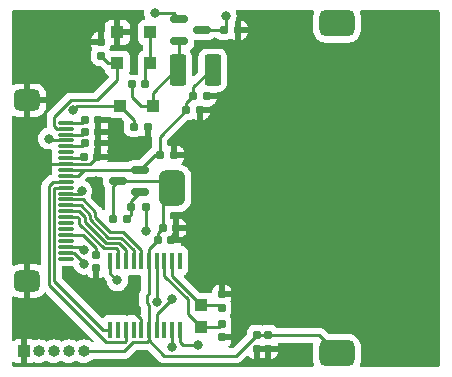
<source format=gbr>
%TF.GenerationSoftware,KiCad,Pcbnew,(6.0.1)*%
%TF.CreationDate,2022-10-12T14:33:58-04:00*%
%TF.ProjectId,DeathClock,44656174-6843-46c6-9f63-6b2e6b696361,rev?*%
%TF.SameCoordinates,Original*%
%TF.FileFunction,Copper,L1,Top*%
%TF.FilePolarity,Positive*%
%FSLAX46Y46*%
G04 Gerber Fmt 4.6, Leading zero omitted, Abs format (unit mm)*
G04 Created by KiCad (PCBNEW (6.0.1)) date 2022-10-12 14:33:58*
%MOMM*%
%LPD*%
G01*
G04 APERTURE LIST*
G04 Aperture macros list*
%AMRoundRect*
0 Rectangle with rounded corners*
0 $1 Rounding radius*
0 $2 $3 $4 $5 $6 $7 $8 $9 X,Y pos of 4 corners*
0 Add a 4 corners polygon primitive as box body*
4,1,4,$2,$3,$4,$5,$6,$7,$8,$9,$2,$3,0*
0 Add four circle primitives for the rounded corners*
1,1,$1+$1,$2,$3*
1,1,$1+$1,$4,$5*
1,1,$1+$1,$6,$7*
1,1,$1+$1,$8,$9*
0 Add four rect primitives between the rounded corners*
20,1,$1+$1,$2,$3,$4,$5,0*
20,1,$1+$1,$4,$5,$6,$7,0*
20,1,$1+$1,$6,$7,$8,$9,0*
20,1,$1+$1,$8,$9,$2,$3,0*%
G04 Aperture macros list end*
%TA.AperFunction,SMDPad,CuDef*%
%ADD10RoundRect,0.075000X-0.575000X0.075000X-0.575000X-0.075000X0.575000X-0.075000X0.575000X0.075000X0*%
%TD*%
%TA.AperFunction,SMDPad,CuDef*%
%ADD11RoundRect,0.450000X-0.650000X0.450000X-0.650000X-0.450000X0.650000X-0.450000X0.650000X0.450000X0*%
%TD*%
%TA.AperFunction,SMDPad,CuDef*%
%ADD12RoundRect,0.155000X0.212500X0.155000X-0.212500X0.155000X-0.212500X-0.155000X0.212500X-0.155000X0*%
%TD*%
%TA.AperFunction,SMDPad,CuDef*%
%ADD13RoundRect,0.150000X-0.587500X-0.150000X0.587500X-0.150000X0.587500X0.150000X-0.587500X0.150000X0*%
%TD*%
%TA.AperFunction,SMDPad,CuDef*%
%ADD14R,0.355600X1.473200*%
%TD*%
%TA.AperFunction,SMDPad,CuDef*%
%ADD15RoundRect,0.155000X0.155000X-0.212500X0.155000X0.212500X-0.155000X0.212500X-0.155000X-0.212500X0*%
%TD*%
%TA.AperFunction,SMDPad,CuDef*%
%ADD16R,1.100000X1.050000*%
%TD*%
%TA.AperFunction,SMDPad,CuDef*%
%ADD17RoundRect,0.155000X-0.212500X-0.155000X0.212500X-0.155000X0.212500X0.155000X-0.212500X0.155000X0*%
%TD*%
%TA.AperFunction,SMDPad,CuDef*%
%ADD18RoundRect,0.160000X0.197500X0.160000X-0.197500X0.160000X-0.197500X-0.160000X0.197500X-0.160000X0*%
%TD*%
%TA.AperFunction,SMDPad,CuDef*%
%ADD19RoundRect,0.562500X0.937500X0.562500X-0.937500X0.562500X-0.937500X-0.562500X0.937500X-0.562500X0*%
%TD*%
%TA.AperFunction,SMDPad,CuDef*%
%ADD20RoundRect,0.562500X-0.562500X0.937500X-0.562500X-0.937500X0.562500X-0.937500X0.562500X0.937500X0*%
%TD*%
%TA.AperFunction,SMDPad,CuDef*%
%ADD21RoundRect,1.250000X-1.250000X1.250000X-1.250000X-1.250000X1.250000X-1.250000X1.250000X1.250000X0*%
%TD*%
%TA.AperFunction,SMDPad,CuDef*%
%ADD22RoundRect,0.150000X0.587500X0.150000X-0.587500X0.150000X-0.587500X-0.150000X0.587500X-0.150000X0*%
%TD*%
%TA.AperFunction,SMDPad,CuDef*%
%ADD23RoundRect,0.155000X-0.155000X0.212500X-0.155000X-0.212500X0.155000X-0.212500X0.155000X0.212500X0*%
%TD*%
%TA.AperFunction,SMDPad,CuDef*%
%ADD24R,1.100000X1.100000*%
%TD*%
%TA.AperFunction,SMDPad,CuDef*%
%ADD25RoundRect,0.250001X0.462499X1.074999X-0.462499X1.074999X-0.462499X-1.074999X0.462499X-1.074999X0*%
%TD*%
%TA.AperFunction,ComponentPad*%
%ADD26R,1.000000X1.000000*%
%TD*%
%TA.AperFunction,ComponentPad*%
%ADD27O,1.000000X1.000000*%
%TD*%
%TA.AperFunction,ViaPad*%
%ADD28C,0.800000*%
%TD*%
%TA.AperFunction,Conductor*%
%ADD29C,0.250000*%
%TD*%
G04 APERTURE END LIST*
D10*
%TO.P,J2,1,NC*%
%TO.N,unconnected-(J2-Pad1)*%
X123030000Y-91150000D03*
%TO.P,J2,2,GDR*%
%TO.N,Net-(J2-Pad2)*%
X123030000Y-90650000D03*
%TO.P,J2,3,RESE*%
%TO.N,Net-(J2-Pad3)*%
X123030000Y-90150000D03*
%TO.P,J2,4,NC*%
%TO.N,unconnected-(J2-Pad4)*%
X123030000Y-89650000D03*
%TO.P,J2,5,VDH*%
%TO.N,Net-(C6-Pad2)*%
X123030000Y-89150000D03*
%TO.P,J2,6,NC*%
%TO.N,unconnected-(J2-Pad6)*%
X123030000Y-88650000D03*
%TO.P,J2,7,NC*%
%TO.N,unconnected-(J2-Pad7)*%
X123030000Y-88150000D03*
%TO.P,J2,8,BS*%
%TO.N,/edp/edp_bs*%
X123030000Y-87650000D03*
%TO.P,J2,9,BUSY_N*%
%TO.N,/edp/edp_busy*%
X123030000Y-87150000D03*
%TO.P,J2,10,RST_N*%
%TO.N,/edp/edp_reset*%
X123030000Y-86650000D03*
%TO.P,J2,11,D/C*%
%TO.N,/edp/edp_dc*%
X123030000Y-86150000D03*
%TO.P,J2,12,CSB*%
%TO.N,/edp/edp_spi_cs*%
X123030000Y-85650000D03*
%TO.P,J2,13,SCL*%
%TO.N,/edp/edp_spi_clk*%
X123030000Y-85150000D03*
%TO.P,J2,14,SDA*%
%TO.N,/edp/edp_spi_mosi*%
X123030000Y-84650000D03*
%TO.P,J2,15,VDDIO*%
%TO.N,edpVCC*%
X123030000Y-84150000D03*
%TO.P,J2,16,VDD*%
X123030000Y-83650000D03*
%TO.P,J2,17,GND*%
%TO.N,GND*%
X123030000Y-83150000D03*
%TO.P,J2,18,VDDD*%
%TO.N,Net-(C7-Pad1)*%
X123030000Y-82650000D03*
%TO.P,J2,19,NC*%
%TO.N,unconnected-(J2-Pad19)*%
X123030000Y-82150000D03*
%TO.P,J2,20,VDH*%
%TO.N,Net-(C10-Pad1)*%
X123030000Y-81650000D03*
%TO.P,J2,21,VGH*%
%TO.N,Net-(C4-Pad2)*%
X123030000Y-81150000D03*
%TO.P,J2,22,VDL*%
%TO.N,Net-(C8-Pad1)*%
X123030000Y-80650000D03*
%TO.P,J2,23,VGL*%
%TO.N,Net-(C5-Pad2)*%
X123030000Y-80150000D03*
%TO.P,J2,24,VCOM*%
%TO.N,Net-(C9-Pad1)*%
X123030000Y-79650000D03*
D11*
%TO.P,J2,Pad,Pad*%
%TO.N,GND*%
X119780000Y-93050000D03*
X119780000Y-77750000D03*
%TD*%
D12*
%TO.P,C16,1*%
%TO.N,GND*%
X132367500Y-88600000D03*
%TO.P,C16,2*%
%TO.N,VCC*%
X131232500Y-88600000D03*
%TD*%
D13*
%TO.P,Q2,1,G*%
%TO.N,Net-(J2-Pad2)*%
X132662500Y-70850000D03*
%TO.P,Q2,2,S*%
%TO.N,Net-(C3-Pad2)*%
X132662500Y-72750000D03*
%TO.P,Q2,3,D*%
%TO.N,Net-(J2-Pad3)*%
X134537500Y-71800000D03*
%TD*%
D14*
%TO.P,U1,1,PB9-BOOT0*%
%TO.N,unconnected-(U1-Pad1)*%
X132675000Y-91329000D03*
%TO.P,U1,2,RCC_OSC32_IN*%
%TO.N,Net-(C11-Pad2)*%
X132024999Y-91329000D03*
%TO.P,U1,3,RCC_OSC32_OUT*%
%TO.N,Net-(C12-Pad2)*%
X131375001Y-91329000D03*
%TO.P,U1,4,NRST*%
%TO.N,MCU_RESET*%
X130724999Y-91329000D03*
%TO.P,U1,5,VDDA*%
%TO.N,VCC*%
X130075001Y-91329000D03*
%TO.P,U1,6,GPIO_edp_dc_out*%
%TO.N,/edp/edp_dc*%
X129425002Y-91329000D03*
%TO.P,U1,7,GPIO_edp_reset_out*%
%TO.N,/edp/edp_reset*%
X128775001Y-91329000D03*
%TO.P,U1,8,GPIO_edp_busy_in*%
%TO.N,/edp/edp_busy*%
X128125002Y-91329000D03*
%TO.P,U1,9,GPIO_edp_bs_out*%
%TO.N,/edp/edp_bs*%
X127475001Y-91329000D03*
%TO.P,U1,10,SPI1_NSS*%
%TO.N,/edp/edp_spi_cs*%
X126825002Y-91329000D03*
%TO.P,U1,11,SPI1_SCK*%
%TO.N,/edp/edp_spi_clk*%
X126825000Y-97171000D03*
%TO.P,U1,12,PA6*%
%TO.N,unconnected-(U1-Pad12)*%
X127474998Y-97171000D03*
%TO.P,U1,13,SPI1_MOSI*%
%TO.N,/edp/edp_spi_mosi*%
X128124999Y-97171000D03*
%TO.P,U1,14,PB1*%
%TO.N,unconnected-(U1-Pad14)*%
X128774998Y-97171000D03*
%TO.P,U1,15,VSS*%
%TO.N,GND*%
X129424999Y-97171000D03*
%TO.P,U1,16,VDD*%
%TO.N,VCC*%
X130074998Y-97171000D03*
%TO.P,U1,17,GPIO_edp_vcc_en_out*%
%TO.N,/edp/VCC_Enable*%
X130724999Y-97171000D03*
%TO.P,U1,18,PA10*%
%TO.N,unconnected-(U1-Pad18)*%
X131374998Y-97171000D03*
%TO.P,U1,19,SYS_SWDIO*%
%TO.N,SWDIO*%
X132024999Y-97171000D03*
%TO.P,U1,20,SYS_SWCLK*%
%TO.N,SWDCLK*%
X132674998Y-97171000D03*
%TD*%
D15*
%TO.P,C13,1*%
%TO.N,GND*%
X139200000Y-98767500D03*
%TO.P,C13,2*%
%TO.N,VCC*%
X139200000Y-97632500D03*
%TD*%
D16*
%TO.P,Y1,1,1*%
%TO.N,Net-(C12-Pad2)*%
X134500000Y-96925000D03*
%TO.P,Y1,2,2*%
%TO.N,Net-(C11-Pad2)*%
X134500000Y-95075000D03*
%TD*%
D17*
%TO.P,C2,1*%
%TO.N,edpVCC*%
X133832500Y-77400000D03*
%TO.P,C2,2*%
%TO.N,GND*%
X134967500Y-77400000D03*
%TD*%
D18*
%TO.P,R2,1*%
%TO.N,/edp/VCC_Enable*%
X129797500Y-86800000D03*
%TO.P,R2,2*%
%TO.N,Net-(Q1-Pad1)*%
X128602500Y-86800000D03*
%TD*%
D15*
%TO.P,C14,1*%
%TO.N,GND*%
X140200000Y-98767500D03*
%TO.P,C14,2*%
%TO.N,VCC*%
X140200000Y-97632500D03*
%TD*%
D17*
%TO.P,C9,1*%
%TO.N,Net-(C9-Pad1)*%
X124632500Y-79400000D03*
%TO.P,C9,2*%
%TO.N,GND*%
X125767500Y-79400000D03*
%TD*%
D18*
%TO.P,R4,1*%
%TO.N,GND*%
X132197500Y-82400000D03*
%TO.P,R4,2*%
%TO.N,edpVCC*%
X131002500Y-82400000D03*
%TD*%
D19*
%TO.P,BAT1,1,VBAT*%
%TO.N,unconnected-(BAT1-Pad1)*%
X146000000Y-71230000D03*
D20*
%TO.P,BAT1,2,VBAT*%
%TO.N,VCC*%
X132030000Y-85200000D03*
D19*
%TO.P,BAT1,3,VBAT*%
X146000000Y-99170000D03*
D21*
%TO.P,BAT1,4,GND*%
%TO.N,GND*%
X146000000Y-85200000D03*
%TD*%
D12*
%TO.P,C15,1*%
%TO.N,GND*%
X131967500Y-89600000D03*
%TO.P,C15,2*%
%TO.N,VCC*%
X130832500Y-89600000D03*
%TD*%
D22*
%TO.P,Q1,1,G*%
%TO.N,Net-(Q1-Pad1)*%
X129337500Y-85550000D03*
%TO.P,Q1,2,S*%
%TO.N,edpVCC*%
X129337500Y-83650000D03*
%TO.P,Q1,3,D*%
%TO.N,VCC*%
X127462500Y-84600000D03*
%TD*%
D23*
%TO.P,C5,1*%
%TO.N,GND*%
X126000000Y-72832500D03*
%TO.P,C5,2*%
%TO.N,Net-(C5-Pad2)*%
X126000000Y-73967500D03*
%TD*%
D12*
%TO.P,C4,1*%
%TO.N,GND*%
X129967500Y-80000000D03*
%TO.P,C4,2*%
%TO.N,Net-(C4-Pad2)*%
X128832500Y-80000000D03*
%TD*%
D23*
%TO.P,C11,1*%
%TO.N,GND*%
X136250000Y-94182500D03*
%TO.P,C11,2*%
%TO.N,Net-(C11-Pad2)*%
X136250000Y-95317500D03*
%TD*%
D18*
%TO.P,R1,1*%
%TO.N,GND*%
X137597500Y-71800000D03*
%TO.P,R1,2*%
%TO.N,Net-(J2-Pad3)*%
X136402500Y-71800000D03*
%TD*%
D24*
%TO.P,D2,1,K*%
%TO.N,Net-(C4-Pad2)*%
X127600000Y-78200000D03*
%TO.P,D2,2,A*%
%TO.N,Net-(C3-Pad2)*%
X130400000Y-78200000D03*
%TD*%
D15*
%TO.P,C6,1*%
%TO.N,GND*%
X125600000Y-91967500D03*
%TO.P,C6,2*%
%TO.N,Net-(C6-Pad2)*%
X125600000Y-90832500D03*
%TD*%
D17*
%TO.P,C10,1*%
%TO.N,Net-(C10-Pad1)*%
X124632500Y-81400000D03*
%TO.P,C10,2*%
%TO.N,GND*%
X125767500Y-81400000D03*
%TD*%
D18*
%TO.P,R3,1*%
%TO.N,Net-(Q1-Pad1)*%
X128197500Y-87800000D03*
%TO.P,R3,2*%
%TO.N,VCC*%
X127002500Y-87800000D03*
%TD*%
D17*
%TO.P,C7,1*%
%TO.N,Net-(C7-Pad1)*%
X124582500Y-82520000D03*
%TO.P,C7,2*%
%TO.N,GND*%
X125717500Y-82520000D03*
%TD*%
%TO.P,C1,1*%
%TO.N,edpVCC*%
X133232500Y-78600000D03*
%TO.P,C1,2*%
%TO.N,GND*%
X134367500Y-78600000D03*
%TD*%
D25*
%TO.P,L1,1,1*%
%TO.N,edpVCC*%
X135487500Y-75200000D03*
%TO.P,L1,2,2*%
%TO.N,Net-(C3-Pad2)*%
X132512500Y-75200000D03*
%TD*%
D26*
%TO.P,J1,1,Pin_1*%
%TO.N,GND*%
X119500000Y-99000000D03*
D27*
%TO.P,J1,2,Pin_2*%
%TO.N,MCU_RESET*%
X120770000Y-99000000D03*
%TO.P,J1,3,Pin_3*%
%TO.N,SWDCLK*%
X122040000Y-99000000D03*
%TO.P,J1,4,Pin_4*%
%TO.N,SWDIO*%
X123310000Y-99000000D03*
%TO.P,J1,5,Pin_5*%
%TO.N,VCC*%
X124580000Y-99000000D03*
%TD*%
D12*
%TO.P,C3,1*%
%TO.N,Net-(C3-Pad1)*%
X129767500Y-76400000D03*
%TO.P,C3,2*%
%TO.N,Net-(C3-Pad2)*%
X128632500Y-76400000D03*
%TD*%
D24*
%TO.P,D3,1,K*%
%TO.N,Net-(C3-Pad1)*%
X130200000Y-74600000D03*
%TO.P,D3,2,A*%
%TO.N,Net-(C5-Pad2)*%
X127400000Y-74600000D03*
%TD*%
D15*
%TO.P,C12,1*%
%TO.N,GND*%
X136250000Y-97817500D03*
%TO.P,C12,2*%
%TO.N,Net-(C12-Pad2)*%
X136250000Y-96682500D03*
%TD*%
D24*
%TO.P,D1,1,K*%
%TO.N,GND*%
X127400000Y-72000000D03*
%TO.P,D1,2,A*%
%TO.N,Net-(C3-Pad1)*%
X130200000Y-72000000D03*
%TD*%
D17*
%TO.P,C8,1*%
%TO.N,Net-(C8-Pad1)*%
X124632500Y-80400000D03*
%TO.P,C8,2*%
%TO.N,GND*%
X125767500Y-80400000D03*
%TD*%
D28*
%TO.N,MCU_RESET*%
X130787701Y-94787701D03*
%TO.N,GND*%
X120400000Y-88000000D03*
X133800000Y-90000000D03*
X138600000Y-96200000D03*
X141200000Y-71600000D03*
X153750000Y-73250000D03*
X119750000Y-96500000D03*
X150250000Y-90250000D03*
X120600000Y-82600000D03*
X120800000Y-75000000D03*
X146000000Y-90250000D03*
X151000000Y-71500000D03*
X150200000Y-85400000D03*
X136200000Y-83000000D03*
X153750000Y-96500000D03*
X124200000Y-75800000D03*
X151000000Y-98750000D03*
X144000000Y-76200000D03*
X138600000Y-73400000D03*
X142000000Y-99400000D03*
X148400000Y-94600000D03*
X141500000Y-90250000D03*
X141500000Y-81000000D03*
X148600000Y-76200000D03*
X146000000Y-81000000D03*
X125600000Y-84600000D03*
X143800000Y-94600000D03*
X129000000Y-93200000D03*
X124200000Y-93250000D03*
X129400000Y-99600000D03*
X136200000Y-87600000D03*
X123000000Y-72400000D03*
X133400000Y-80800000D03*
X128200000Y-95600000D03*
X121400000Y-95000000D03*
X127600000Y-81800000D03*
X141400000Y-85400000D03*
X150250000Y-81000000D03*
%TO.N,/edp/edp_spi_cs*%
X124382270Y-85425500D03*
X127400000Y-93000000D03*
%TO.N,SWDIO*%
X132000000Y-98645500D03*
%TO.N,SWDCLK*%
X134250000Y-98500000D03*
%TO.N,Net-(C4-Pad2)*%
X121600000Y-81000000D03*
X123612299Y-78612299D03*
%TO.N,Net-(J2-Pad2)*%
X130600000Y-70400000D03*
X124600000Y-91600000D03*
%TO.N,Net-(J2-Pad3)*%
X124600000Y-90400000D03*
X136600000Y-70600000D03*
%TO.N,/edp/VCC_Enable*%
X129800000Y-88800000D03*
X132000000Y-94600000D03*
%TD*%
D29*
%TO.N,Net-(C3-Pad2)*%
X128632500Y-77432500D02*
X128632500Y-76400000D01*
X130400000Y-78200000D02*
X129400000Y-78200000D01*
X129400000Y-78200000D02*
X128632500Y-77432500D01*
X132662500Y-74850000D02*
X130400000Y-77112500D01*
X132662500Y-72750000D02*
X132662500Y-74850000D01*
X130400000Y-77112500D02*
X130400000Y-78200000D01*
%TO.N,MCU_RESET*%
X130724999Y-92075001D02*
X130724999Y-91329000D01*
X130787701Y-92137703D02*
X130724999Y-92075001D01*
X130787701Y-94787701D02*
X130787701Y-92137703D01*
%TO.N,GND*%
X128767420Y-95600000D02*
X129424999Y-96257579D01*
X125082980Y-83154520D02*
X123034520Y-83154520D01*
X125717500Y-82520000D02*
X125082980Y-83154520D01*
X123034520Y-83154520D02*
X123030000Y-83150000D01*
X123030000Y-83150000D02*
X121350000Y-83150000D01*
X129424999Y-96257579D02*
X129424999Y-97171000D01*
X128200000Y-95600000D02*
X128767420Y-95600000D01*
%TO.N,/edp/edp_spi_cs*%
X124157770Y-85650000D02*
X123030000Y-85650000D01*
X124382270Y-85425500D02*
X124157770Y-85650000D01*
X126825002Y-91329000D02*
X126825002Y-92425002D01*
X126825002Y-92425002D02*
X127400000Y-93000000D01*
%TO.N,/edp/edp_spi_clk*%
X122055480Y-85208536D02*
X122114016Y-85150000D01*
X126825000Y-97171000D02*
X126171000Y-97171000D01*
X122055480Y-93055480D02*
X122055480Y-85208536D01*
X122114016Y-85150000D02*
X123030000Y-85150000D01*
X126171000Y-97171000D02*
X122055480Y-93055480D01*
%TO.N,/edp/edp_spi_mosi*%
X128124999Y-97171000D02*
X128124999Y-98157600D01*
X121605960Y-93355960D02*
X121605960Y-85022338D01*
X121605960Y-85022338D02*
X121978298Y-84650000D01*
X121978298Y-84650000D02*
X123030000Y-84650000D01*
X128124999Y-98157600D02*
X128050488Y-98232111D01*
X128050488Y-98232111D02*
X126482111Y-98232111D01*
X126482111Y-98232111D02*
X121605960Y-93355960D01*
%TO.N,/edp/edp_bs*%
X127475001Y-91329000D02*
X127475001Y-90415577D01*
X127475001Y-90415577D02*
X127327313Y-90267889D01*
X124050000Y-87650000D02*
X123030000Y-87650000D01*
X124200000Y-88200000D02*
X124200000Y-87800000D01*
X124200000Y-87800000D02*
X124050000Y-87650000D01*
X126267889Y-90267889D02*
X124200000Y-88200000D01*
X127327313Y-90267889D02*
X126267889Y-90267889D01*
%TO.N,/edp/edp_busy*%
X128125002Y-91329000D02*
X128125002Y-90429861D01*
X128125002Y-90429861D02*
X127513510Y-89818369D01*
X124649520Y-88013802D02*
X124649520Y-87613802D01*
X127513510Y-89818369D02*
X126454087Y-89818369D01*
X124649520Y-87613802D02*
X124185718Y-87150000D01*
X126454087Y-89818369D02*
X124649520Y-88013802D01*
X124185718Y-87150000D02*
X123030000Y-87150000D01*
%TO.N,/edp/edp_reset*%
X126640285Y-89368849D02*
X127699708Y-89368849D01*
X125099040Y-87827604D02*
X126640285Y-89368849D01*
X127699708Y-89368849D02*
X128775001Y-90444142D01*
X123030000Y-86650000D02*
X124321435Y-86650000D01*
X125099040Y-87427605D02*
X125099040Y-87827604D01*
X124321435Y-86650000D02*
X125099040Y-87427605D01*
X128775001Y-90444142D02*
X128775001Y-91329000D01*
%TO.N,/edp/edp_dc*%
X127885906Y-88919329D02*
X126826483Y-88919329D01*
X126826483Y-88919329D02*
X125548560Y-87641406D01*
X125548560Y-87641406D02*
X125548560Y-87241407D01*
X129425002Y-91329000D02*
X129425002Y-90458425D01*
X124457153Y-86150000D02*
X123030000Y-86150000D01*
X129425002Y-90458425D02*
X127885906Y-88919329D01*
X125548560Y-87241407D02*
X124457153Y-86150000D01*
%TO.N,SWDIO*%
X132000000Y-97195999D02*
X132024999Y-97171000D01*
X132000000Y-98645500D02*
X132000000Y-97195999D01*
%TO.N,SWDCLK*%
X134250000Y-98500000D02*
X133000000Y-98500000D01*
X133000000Y-98500000D02*
X132674998Y-98174998D01*
X132674998Y-98174998D02*
X132674998Y-97171000D01*
%TO.N,Net-(C6-Pad2)*%
X124514282Y-89150000D02*
X125600000Y-90235718D01*
X123030000Y-89150000D02*
X124514282Y-89150000D01*
X125600000Y-90235718D02*
X125600000Y-90832500D01*
%TO.N,Net-(C7-Pad1)*%
X123030000Y-82650000D02*
X124452500Y-82650000D01*
X124452500Y-82650000D02*
X124582500Y-82520000D01*
%TO.N,Net-(C10-Pad1)*%
X123030000Y-81650000D02*
X124382500Y-81650000D01*
X124382500Y-81650000D02*
X124632500Y-81400000D01*
%TO.N,Net-(C4-Pad2)*%
X128832500Y-79432500D02*
X127600000Y-78200000D01*
X124024598Y-78200000D02*
X123612299Y-78612299D01*
X121750000Y-81150000D02*
X121600000Y-81000000D01*
X127600000Y-78200000D02*
X124024598Y-78200000D01*
X128832500Y-80000000D02*
X128832500Y-79432500D01*
X123030000Y-81150000D02*
X121750000Y-81150000D01*
%TO.N,Net-(C8-Pad1)*%
X124382500Y-80650000D02*
X124632500Y-80400000D01*
X123030000Y-80650000D02*
X124382500Y-80650000D01*
%TO.N,Net-(C5-Pad2)*%
X123449504Y-77750480D02*
X122055480Y-79144504D01*
X126632500Y-74600000D02*
X126000000Y-73967500D01*
X125649520Y-77750480D02*
X123449504Y-77750480D01*
X127400000Y-76000000D02*
X125649520Y-77750480D01*
X122055480Y-79890486D02*
X122314994Y-80150000D01*
X127400000Y-74600000D02*
X127400000Y-76000000D01*
X122314994Y-80150000D02*
X123030000Y-80150000D01*
X127400000Y-74600000D02*
X126632500Y-74600000D01*
X122055480Y-79144504D02*
X122055480Y-79890486D01*
%TO.N,Net-(C9-Pad1)*%
X124382500Y-79650000D02*
X124632500Y-79400000D01*
X123030000Y-79650000D02*
X124382500Y-79650000D01*
%TO.N,VCC*%
X128000000Y-99000000D02*
X128767889Y-98232111D01*
X130075001Y-90357499D02*
X130832500Y-89600000D01*
X127462500Y-84600000D02*
X131430000Y-84600000D01*
X130074998Y-98084421D02*
X130074998Y-97171000D01*
X129875489Y-94299897D02*
X130075001Y-94100385D01*
X130074998Y-97171000D02*
X130074998Y-95099612D01*
X130075001Y-94100385D02*
X130075001Y-91329000D01*
X129875489Y-94900103D02*
X129875489Y-94299897D01*
X130075001Y-91329000D02*
X130075001Y-90357499D01*
X139200000Y-97632500D02*
X137462489Y-99370011D01*
X131360588Y-99370011D02*
X130074998Y-98084421D01*
X127002500Y-85060000D02*
X127462500Y-84600000D01*
X128767889Y-98232111D02*
X129927308Y-98232111D01*
X140200000Y-97632500D02*
X139200000Y-97632500D01*
X124580000Y-99000000D02*
X128000000Y-99000000D01*
X131430000Y-84600000D02*
X132030000Y-85200000D01*
X144462500Y-97632500D02*
X140200000Y-97632500D01*
X137462489Y-99370011D02*
X131360588Y-99370011D01*
X130832500Y-89600000D02*
X130832500Y-89000000D01*
X129927308Y-98232111D02*
X130074998Y-98084421D01*
X130832500Y-89000000D02*
X131232500Y-88600000D01*
X130074998Y-95099612D02*
X129875489Y-94900103D01*
X131232500Y-85997500D02*
X132030000Y-85200000D01*
X146000000Y-99170000D02*
X144462500Y-97632500D01*
X127002500Y-87800000D02*
X127002500Y-85060000D01*
X131232500Y-88600000D02*
X131232500Y-85997500D01*
%TO.N,Net-(C3-Pad1)*%
X129767500Y-75032500D02*
X130200000Y-74600000D01*
X129767500Y-76400000D02*
X129767500Y-75032500D01*
X130200000Y-74600000D02*
X130200000Y-72000000D01*
%TO.N,Net-(C11-Pad2)*%
X136007500Y-95075000D02*
X136250000Y-95317500D01*
X134500000Y-95075000D02*
X136007500Y-95075000D01*
X132024999Y-92599999D02*
X134500000Y-95075000D01*
X132024999Y-91329000D02*
X132024999Y-92599999D01*
%TO.N,Net-(C12-Pad2)*%
X136007500Y-96925000D02*
X136250000Y-96682500D01*
X131375001Y-91329000D02*
X131375001Y-92585719D01*
X133400000Y-94610718D02*
X133400000Y-95825000D01*
X134500000Y-96925000D02*
X136007500Y-96925000D01*
X131375001Y-92585719D02*
X133400000Y-94610718D01*
X133400000Y-95825000D02*
X134500000Y-96925000D01*
%TO.N,edpVCC*%
X130587500Y-82400000D02*
X129337500Y-83650000D01*
X124550000Y-83650000D02*
X123030000Y-83650000D01*
X131002500Y-80830000D02*
X133232500Y-78600000D01*
X124050000Y-84150000D02*
X124550000Y-83650000D01*
X131002500Y-82400000D02*
X131002500Y-80830000D01*
X133232500Y-78600000D02*
X133232500Y-78000000D01*
X135487500Y-75000000D02*
X133832500Y-76655000D01*
X123030000Y-84150000D02*
X124050000Y-84150000D01*
X129337500Y-83650000D02*
X124550000Y-83650000D01*
X133232500Y-78000000D02*
X133832500Y-77400000D01*
X131002500Y-82400000D02*
X130587500Y-82400000D01*
X133832500Y-76655000D02*
X133832500Y-77400000D01*
%TO.N,Net-(J2-Pad2)*%
X123030000Y-90650000D02*
X123745006Y-90650000D01*
X130600000Y-70400000D02*
X132212500Y-70400000D01*
X123745006Y-90650000D02*
X124600000Y-91504994D01*
X124600000Y-91504994D02*
X124600000Y-91600000D01*
X132212500Y-70400000D02*
X132662500Y-70850000D01*
%TO.N,Net-(J2-Pad3)*%
X136600000Y-70600000D02*
X136600000Y-71602500D01*
X123030000Y-90150000D02*
X124350000Y-90150000D01*
X124350000Y-90150000D02*
X124600000Y-90400000D01*
X136402500Y-71800000D02*
X134537500Y-71800000D01*
X136600000Y-71602500D02*
X136402500Y-71800000D01*
%TO.N,Net-(Q1-Pad1)*%
X128602500Y-86285000D02*
X129337500Y-85550000D01*
X128602500Y-86800000D02*
X128602500Y-87395000D01*
X128602500Y-86800000D02*
X128602500Y-86285000D01*
X128602500Y-87395000D02*
X128197500Y-87800000D01*
%TO.N,/edp/VCC_Enable*%
X129797500Y-88797500D02*
X129797500Y-86800000D01*
X130724999Y-95875001D02*
X130724999Y-97171000D01*
X129800000Y-88800000D02*
X129797500Y-88797500D01*
X132000000Y-94600000D02*
X130724999Y-95875001D01*
%TD*%
%TA.AperFunction,Conductor*%
%TO.N,GND*%
G36*
X144014457Y-70128002D02*
G01*
X144060950Y-70181658D01*
X144071054Y-70251932D01*
X144062660Y-70282421D01*
X144035711Y-70347162D01*
X144035709Y-70347169D01*
X144033342Y-70352855D01*
X144032126Y-70358888D01*
X144032124Y-70358893D01*
X144017873Y-70429573D01*
X143991827Y-70558745D01*
X143991500Y-70565200D01*
X143991500Y-71894800D01*
X143991827Y-71901255D01*
X143992752Y-71905842D01*
X144032124Y-72101107D01*
X144032126Y-72101112D01*
X144033342Y-72107145D01*
X144035708Y-72112829D01*
X144099634Y-72266401D01*
X144114057Y-72301051D01*
X144230898Y-72475586D01*
X144379414Y-72624102D01*
X144384538Y-72627532D01*
X144384539Y-72627533D01*
X144421612Y-72652351D01*
X144553949Y-72740943D01*
X144559634Y-72743310D01*
X144559637Y-72743311D01*
X144667126Y-72788054D01*
X144747855Y-72821658D01*
X144753888Y-72822874D01*
X144753893Y-72822876D01*
X144919657Y-72856300D01*
X144953745Y-72863173D01*
X144958409Y-72863409D01*
X144958415Y-72863410D01*
X144958612Y-72863420D01*
X144958629Y-72863420D01*
X144960200Y-72863500D01*
X147039800Y-72863500D01*
X147041371Y-72863420D01*
X147041388Y-72863420D01*
X147041585Y-72863410D01*
X147041591Y-72863409D01*
X147046255Y-72863173D01*
X147080343Y-72856300D01*
X147246107Y-72822876D01*
X147246112Y-72822874D01*
X147252145Y-72821658D01*
X147332874Y-72788054D01*
X147440363Y-72743311D01*
X147440366Y-72743310D01*
X147446051Y-72740943D01*
X147578388Y-72652351D01*
X147615461Y-72627533D01*
X147615462Y-72627532D01*
X147620586Y-72624102D01*
X147769102Y-72475586D01*
X147885943Y-72301051D01*
X147900367Y-72266401D01*
X147964292Y-72112829D01*
X147966658Y-72107145D01*
X147967874Y-72101112D01*
X147967876Y-72101107D01*
X148007248Y-71905842D01*
X148008173Y-71901255D01*
X148008500Y-71894800D01*
X148008500Y-70565200D01*
X148008173Y-70558745D01*
X147982127Y-70429573D01*
X147967876Y-70358893D01*
X147967874Y-70358888D01*
X147966658Y-70352855D01*
X147964291Y-70347169D01*
X147964289Y-70347162D01*
X147937340Y-70282421D01*
X147929627Y-70211845D01*
X147961295Y-70148303D01*
X148022290Y-70111969D01*
X148053664Y-70108000D01*
X154566000Y-70108000D01*
X154634121Y-70128002D01*
X154680614Y-70181658D01*
X154692000Y-70234000D01*
X154692000Y-100166000D01*
X154671998Y-100234121D01*
X154618342Y-100280614D01*
X154566000Y-100292000D01*
X148053664Y-100292000D01*
X147985543Y-100271998D01*
X147939050Y-100218342D01*
X147928946Y-100148068D01*
X147937340Y-100117579D01*
X147964289Y-100052838D01*
X147964291Y-100052831D01*
X147966658Y-100047145D01*
X147967874Y-100041112D01*
X147967876Y-100041107D01*
X148002590Y-99868942D01*
X148008173Y-99841255D01*
X148008500Y-99834800D01*
X148008500Y-98505200D01*
X148008173Y-98498745D01*
X147996319Y-98439954D01*
X147967876Y-98298893D01*
X147967874Y-98298888D01*
X147966658Y-98292855D01*
X147959629Y-98275968D01*
X147888311Y-98104637D01*
X147888310Y-98104634D01*
X147885943Y-98098949D01*
X147785725Y-97949245D01*
X147772533Y-97929539D01*
X147772532Y-97929538D01*
X147769102Y-97924414D01*
X147620586Y-97775898D01*
X147446051Y-97659057D01*
X147440366Y-97656690D01*
X147440363Y-97656689D01*
X147257829Y-97580708D01*
X147252145Y-97578342D01*
X147246112Y-97577126D01*
X147246107Y-97577124D01*
X147050842Y-97537752D01*
X147050843Y-97537752D01*
X147046255Y-97536827D01*
X147041591Y-97536591D01*
X147041585Y-97536590D01*
X147041388Y-97536580D01*
X147041371Y-97536580D01*
X147039800Y-97536500D01*
X145314595Y-97536500D01*
X145246474Y-97516498D01*
X145225500Y-97499595D01*
X144966152Y-97240247D01*
X144958612Y-97231961D01*
X144954500Y-97225482D01*
X144904848Y-97178856D01*
X144902007Y-97176102D01*
X144882270Y-97156365D01*
X144879073Y-97153885D01*
X144870051Y-97146180D01*
X144843600Y-97121341D01*
X144837821Y-97115914D01*
X144830875Y-97112095D01*
X144830872Y-97112093D01*
X144820066Y-97106152D01*
X144803547Y-97095301D01*
X144803083Y-97094941D01*
X144787541Y-97082886D01*
X144780272Y-97079741D01*
X144780268Y-97079738D01*
X144746963Y-97065326D01*
X144736313Y-97060109D01*
X144697560Y-97038805D01*
X144677937Y-97033767D01*
X144659234Y-97027363D01*
X144647920Y-97022467D01*
X144647919Y-97022467D01*
X144640645Y-97019319D01*
X144632822Y-97018080D01*
X144632812Y-97018077D01*
X144596976Y-97012401D01*
X144585356Y-97009995D01*
X144550211Y-97000972D01*
X144550210Y-97000972D01*
X144542530Y-96999000D01*
X144522276Y-96999000D01*
X144502565Y-96997449D01*
X144490386Y-96995520D01*
X144482557Y-96994280D01*
X144474665Y-96995026D01*
X144438539Y-96998441D01*
X144426681Y-96999000D01*
X140924566Y-96999000D01*
X140856445Y-96978998D01*
X140835471Y-96962095D01*
X140767410Y-96894034D01*
X140630045Y-96810843D01*
X140622798Y-96808572D01*
X140622796Y-96808571D01*
X140561079Y-96789230D01*
X140476801Y-96762819D01*
X140408032Y-96756500D01*
X139991968Y-96756500D01*
X139923199Y-96762819D01*
X139838921Y-96789230D01*
X139777204Y-96808571D01*
X139777202Y-96808572D01*
X139769955Y-96810843D01*
X139763458Y-96814777D01*
X139756534Y-96817904D01*
X139755763Y-96816197D01*
X139696647Y-96831859D01*
X139644128Y-96816438D01*
X139643466Y-96817904D01*
X139636542Y-96814777D01*
X139630045Y-96810843D01*
X139622798Y-96808572D01*
X139622796Y-96808571D01*
X139561079Y-96789230D01*
X139476801Y-96762819D01*
X139408032Y-96756500D01*
X138991968Y-96756500D01*
X138923199Y-96762819D01*
X138838921Y-96789230D01*
X138777204Y-96808571D01*
X138777202Y-96808572D01*
X138769955Y-96810843D01*
X138632590Y-96894034D01*
X138519034Y-97007590D01*
X138435843Y-97144955D01*
X138433572Y-97152202D01*
X138433571Y-97152204D01*
X138425639Y-97177516D01*
X138387819Y-97298199D01*
X138381500Y-97366968D01*
X138381500Y-97502906D01*
X138361498Y-97571027D01*
X138344595Y-97592001D01*
X137236989Y-98699606D01*
X137174677Y-98733632D01*
X137147894Y-98736511D01*
X136940349Y-98736511D01*
X136872228Y-98716509D01*
X136825735Y-98662853D01*
X136815631Y-98592579D01*
X136845125Y-98527999D01*
X136851254Y-98521416D01*
X136925197Y-98447473D01*
X136934504Y-98435604D01*
X137009765Y-98311334D01*
X137015971Y-98297589D01*
X137059685Y-98158096D01*
X137062298Y-98145046D01*
X137067537Y-98088038D01*
X137063525Y-98074376D01*
X137062135Y-98073171D01*
X137054452Y-98071500D01*
X136122000Y-98071500D01*
X136053879Y-98051498D01*
X136007386Y-97997842D01*
X135996000Y-97945500D01*
X135996000Y-97689500D01*
X136016002Y-97621379D01*
X136069658Y-97574886D01*
X136122000Y-97563500D01*
X137049885Y-97563500D01*
X137065124Y-97559025D01*
X137066329Y-97557635D01*
X137067813Y-97550814D01*
X137067734Y-97549112D01*
X137062298Y-97489954D01*
X137059685Y-97476904D01*
X137015971Y-97337411D01*
X137009766Y-97323669D01*
X137004974Y-97315757D01*
X136986793Y-97247128D01*
X137004973Y-97185210D01*
X137010221Y-97176544D01*
X137014157Y-97170045D01*
X137017566Y-97159169D01*
X137047713Y-97062967D01*
X137062181Y-97016801D01*
X137068500Y-96948032D01*
X137068500Y-96416968D01*
X137062181Y-96348199D01*
X137014157Y-96194955D01*
X136935618Y-96065271D01*
X136917439Y-95996641D01*
X136935618Y-95934729D01*
X136978054Y-95864658D01*
X137014157Y-95805045D01*
X137017010Y-95795943D01*
X137060180Y-95658185D01*
X137062181Y-95651801D01*
X137068500Y-95583032D01*
X137068500Y-95051968D01*
X137062181Y-94983199D01*
X137014157Y-94829955D01*
X137004973Y-94814790D01*
X136986793Y-94746161D01*
X137004974Y-94684243D01*
X137009766Y-94676331D01*
X137015971Y-94662589D01*
X137059685Y-94523096D01*
X137062298Y-94510046D01*
X137067537Y-94453038D01*
X137063525Y-94439376D01*
X137062135Y-94438171D01*
X137054452Y-94436500D01*
X136122000Y-94436500D01*
X136053879Y-94416498D01*
X136007386Y-94362842D01*
X135996000Y-94310500D01*
X135996000Y-93910385D01*
X136504000Y-93910385D01*
X136508475Y-93925624D01*
X136509865Y-93926829D01*
X136517548Y-93928500D01*
X137049885Y-93928500D01*
X137065124Y-93924025D01*
X137066329Y-93922635D01*
X137067813Y-93915814D01*
X137067734Y-93914112D01*
X137062298Y-93854954D01*
X137059685Y-93841904D01*
X137015971Y-93702411D01*
X137009765Y-93688666D01*
X136934504Y-93564396D01*
X136925197Y-93552527D01*
X136822473Y-93449803D01*
X136810604Y-93440496D01*
X136686334Y-93365235D01*
X136672589Y-93359029D01*
X136533088Y-93315313D01*
X136521497Y-93312991D01*
X136507165Y-93315806D01*
X136504000Y-93327702D01*
X136504000Y-93910385D01*
X135996000Y-93910385D01*
X135996000Y-93329342D01*
X135991729Y-93314797D01*
X135979698Y-93312752D01*
X135966912Y-93315313D01*
X135827411Y-93359029D01*
X135813666Y-93365235D01*
X135689396Y-93440496D01*
X135677527Y-93449803D01*
X135574803Y-93552527D01*
X135565496Y-93564396D01*
X135490235Y-93688666D01*
X135484029Y-93702411D01*
X135440315Y-93841904D01*
X135437702Y-93854954D01*
X135432266Y-93914112D01*
X135432000Y-93919900D01*
X135432000Y-93968306D01*
X135411998Y-94036427D01*
X135358342Y-94082920D01*
X135288068Y-94093024D01*
X135261771Y-94086288D01*
X135167718Y-94051029D01*
X135167712Y-94051027D01*
X135160316Y-94048255D01*
X135098134Y-94041500D01*
X134414594Y-94041500D01*
X134346473Y-94021498D01*
X134325499Y-94004595D01*
X133047044Y-92726139D01*
X133013018Y-92663827D01*
X133018083Y-92593011D01*
X133060630Y-92536176D01*
X133083283Y-92523783D01*
X133083225Y-92523677D01*
X133091097Y-92519367D01*
X133099505Y-92516215D01*
X133216061Y-92428861D01*
X133303415Y-92312305D01*
X133354545Y-92175916D01*
X133361300Y-92113734D01*
X133361300Y-90544266D01*
X133354545Y-90482084D01*
X133303415Y-90345695D01*
X133216061Y-90229139D01*
X133099505Y-90141785D01*
X132963116Y-90090655D01*
X132937761Y-90087901D01*
X132928506Y-90086895D01*
X132862944Y-90059652D01*
X132822519Y-90001289D01*
X132821881Y-89923953D01*
X132834687Y-89883088D01*
X132837009Y-89871497D01*
X132834194Y-89857165D01*
X132822298Y-89854000D01*
X131839500Y-89854000D01*
X131771379Y-89833998D01*
X131724886Y-89780342D01*
X131713500Y-89728000D01*
X131713500Y-89439118D01*
X131733502Y-89370997D01*
X131774229Y-89331342D01*
X131779937Y-89327885D01*
X132621500Y-89327885D01*
X132625975Y-89343124D01*
X132627365Y-89344329D01*
X132635048Y-89346000D01*
X132877277Y-89346000D01*
X132893863Y-89340064D01*
X132985599Y-89284507D01*
X132997476Y-89275194D01*
X133100197Y-89172473D01*
X133109504Y-89160604D01*
X133184765Y-89036334D01*
X133190971Y-89022589D01*
X133234687Y-88883088D01*
X133237009Y-88871497D01*
X133234194Y-88857165D01*
X133222298Y-88854000D01*
X132639615Y-88854000D01*
X132624376Y-88858475D01*
X132623171Y-88859865D01*
X132621500Y-88867548D01*
X132621500Y-89327885D01*
X131779937Y-89327885D01*
X131850909Y-89284903D01*
X131857410Y-89280966D01*
X131970966Y-89167410D01*
X132054157Y-89030045D01*
X132102181Y-88876801D01*
X132108500Y-88808032D01*
X132108500Y-88764985D01*
X132111379Y-88738202D01*
X132113500Y-88728452D01*
X132113500Y-88327885D01*
X132621500Y-88327885D01*
X132625975Y-88343124D01*
X132627365Y-88344329D01*
X132635048Y-88346000D01*
X133220658Y-88346000D01*
X133235203Y-88341729D01*
X133237248Y-88329698D01*
X133234687Y-88316912D01*
X133190971Y-88177411D01*
X133184765Y-88163666D01*
X133109504Y-88039396D01*
X133100197Y-88027527D01*
X132997473Y-87924803D01*
X132985604Y-87915496D01*
X132861334Y-87840235D01*
X132847589Y-87834029D01*
X132708096Y-87790315D01*
X132695046Y-87787702D01*
X132638038Y-87782463D01*
X132624376Y-87786475D01*
X132623171Y-87787865D01*
X132621500Y-87795548D01*
X132621500Y-88327885D01*
X132113500Y-88327885D01*
X132113500Y-87800115D01*
X132109025Y-87784876D01*
X132107635Y-87783671D01*
X132100814Y-87782187D01*
X132099112Y-87782266D01*
X132039954Y-87787702D01*
X132020354Y-87791627D01*
X132019952Y-87789620D01*
X131958706Y-87790734D01*
X131898292Y-87753442D01*
X131867629Y-87689408D01*
X131866000Y-87669212D01*
X131866000Y-87334500D01*
X131886002Y-87266379D01*
X131939658Y-87219886D01*
X131992000Y-87208500D01*
X132694800Y-87208500D01*
X132696371Y-87208420D01*
X132696388Y-87208420D01*
X132696585Y-87208410D01*
X132696591Y-87208409D01*
X132701255Y-87208173D01*
X132783180Y-87191654D01*
X132901107Y-87167876D01*
X132901112Y-87167874D01*
X132907145Y-87166658D01*
X132967540Y-87141518D01*
X133095363Y-87088311D01*
X133095366Y-87088310D01*
X133101051Y-87085943D01*
X133247634Y-86987814D01*
X133270461Y-86972533D01*
X133270462Y-86972532D01*
X133275586Y-86969102D01*
X133424102Y-86820586D01*
X133430712Y-86810713D01*
X133537514Y-86651173D01*
X133540943Y-86646051D01*
X133565706Y-86586563D01*
X133588286Y-86532318D01*
X142992000Y-86532318D01*
X142992114Y-86536116D01*
X142999220Y-86654555D01*
X143000274Y-86662851D01*
X143048657Y-86910601D01*
X143051118Y-86919598D01*
X143135424Y-87157011D01*
X143139189Y-87165549D01*
X143257665Y-87387902D01*
X143262647Y-87395781D01*
X143412692Y-87598187D01*
X143418774Y-87605233D01*
X143597087Y-87783235D01*
X143604160Y-87789318D01*
X143806815Y-87939001D01*
X143814705Y-87943970D01*
X144037268Y-88062060D01*
X144045801Y-88065805D01*
X144283369Y-88149700D01*
X144292367Y-88152145D01*
X144540215Y-88200096D01*
X144548488Y-88201134D01*
X144663960Y-88207893D01*
X144667609Y-88208000D01*
X145727885Y-88208000D01*
X145743124Y-88203525D01*
X145744329Y-88202135D01*
X145746000Y-88194452D01*
X145746000Y-88189885D01*
X146254000Y-88189885D01*
X146258475Y-88205124D01*
X146259865Y-88206329D01*
X146267548Y-88208000D01*
X147332318Y-88208000D01*
X147336116Y-88207886D01*
X147454555Y-88200780D01*
X147462851Y-88199726D01*
X147710601Y-88151343D01*
X147719598Y-88148882D01*
X147957011Y-88064576D01*
X147965549Y-88060811D01*
X148187902Y-87942335D01*
X148195781Y-87937353D01*
X148398187Y-87787308D01*
X148405233Y-87781226D01*
X148583235Y-87602913D01*
X148589318Y-87595840D01*
X148739001Y-87393185D01*
X148743970Y-87385295D01*
X148862060Y-87162732D01*
X148865805Y-87154199D01*
X148949700Y-86916631D01*
X148952145Y-86907633D01*
X149000096Y-86659785D01*
X149001134Y-86651512D01*
X149007893Y-86536040D01*
X149008000Y-86532391D01*
X149008000Y-85472115D01*
X149003525Y-85456876D01*
X149002135Y-85455671D01*
X148994452Y-85454000D01*
X146272115Y-85454000D01*
X146256876Y-85458475D01*
X146255671Y-85459865D01*
X146254000Y-85467548D01*
X146254000Y-88189885D01*
X145746000Y-88189885D01*
X145746000Y-85472115D01*
X145741525Y-85456876D01*
X145740135Y-85455671D01*
X145732452Y-85454000D01*
X143010115Y-85454000D01*
X142994876Y-85458475D01*
X142993671Y-85459865D01*
X142992000Y-85467548D01*
X142992000Y-86532318D01*
X133588286Y-86532318D01*
X133619292Y-86457829D01*
X133621658Y-86452145D01*
X133622874Y-86446112D01*
X133622876Y-86446107D01*
X133662248Y-86250842D01*
X133663173Y-86246255D01*
X133663500Y-86239800D01*
X133663500Y-84927885D01*
X142992000Y-84927885D01*
X142996475Y-84943124D01*
X142997865Y-84944329D01*
X143005548Y-84946000D01*
X145727885Y-84946000D01*
X145743124Y-84941525D01*
X145744329Y-84940135D01*
X145746000Y-84932452D01*
X145746000Y-84927885D01*
X146254000Y-84927885D01*
X146258475Y-84943124D01*
X146259865Y-84944329D01*
X146267548Y-84946000D01*
X148989885Y-84946000D01*
X149005124Y-84941525D01*
X149006329Y-84940135D01*
X149008000Y-84932452D01*
X149008000Y-83867682D01*
X149007886Y-83863884D01*
X149000780Y-83745445D01*
X148999726Y-83737149D01*
X148951343Y-83489399D01*
X148948882Y-83480402D01*
X148864576Y-83242989D01*
X148860811Y-83234451D01*
X148742335Y-83012098D01*
X148737353Y-83004219D01*
X148587308Y-82801813D01*
X148581226Y-82794767D01*
X148402913Y-82616765D01*
X148395840Y-82610682D01*
X148193185Y-82460999D01*
X148185295Y-82456030D01*
X147962732Y-82337940D01*
X147954199Y-82334195D01*
X147716631Y-82250300D01*
X147707633Y-82247855D01*
X147459785Y-82199904D01*
X147451512Y-82198866D01*
X147336040Y-82192107D01*
X147332391Y-82192000D01*
X146272115Y-82192000D01*
X146256876Y-82196475D01*
X146255671Y-82197865D01*
X146254000Y-82205548D01*
X146254000Y-84927885D01*
X145746000Y-84927885D01*
X145746000Y-82210115D01*
X145741525Y-82194876D01*
X145740135Y-82193671D01*
X145732452Y-82192000D01*
X144667682Y-82192000D01*
X144663884Y-82192114D01*
X144545445Y-82199220D01*
X144537149Y-82200274D01*
X144289399Y-82248657D01*
X144280402Y-82251118D01*
X144042989Y-82335424D01*
X144034451Y-82339189D01*
X143812098Y-82457665D01*
X143804219Y-82462647D01*
X143601813Y-82612692D01*
X143594767Y-82618774D01*
X143416765Y-82797087D01*
X143410682Y-82804160D01*
X143260999Y-83006815D01*
X143256030Y-83014705D01*
X143137940Y-83237268D01*
X143134195Y-83245801D01*
X143050300Y-83483369D01*
X143047855Y-83492367D01*
X142999904Y-83740215D01*
X142998866Y-83748488D01*
X142992107Y-83863960D01*
X142992000Y-83867609D01*
X142992000Y-84927885D01*
X133663500Y-84927885D01*
X133663500Y-84160200D01*
X133663173Y-84153745D01*
X133645887Y-84068017D01*
X133622876Y-83953893D01*
X133622874Y-83953888D01*
X133621658Y-83947855D01*
X133601738Y-83900000D01*
X133543311Y-83759637D01*
X133543310Y-83759634D01*
X133540943Y-83753949D01*
X133424102Y-83579414D01*
X133275586Y-83430898D01*
X133223709Y-83396169D01*
X133191273Y-83374456D01*
X133101051Y-83314057D01*
X133095366Y-83311690D01*
X133095363Y-83311689D01*
X133020995Y-83280733D01*
X132910918Y-83234913D01*
X132855717Y-83190269D01*
X132833414Y-83122867D01*
X132851091Y-83054106D01*
X132870246Y-83029494D01*
X132919160Y-82980580D01*
X132928467Y-82968711D01*
X133004355Y-82843406D01*
X133010561Y-82829661D01*
X133054639Y-82689006D01*
X133057249Y-82675973D01*
X133057611Y-82672039D01*
X133054688Y-82657165D01*
X133042793Y-82654000D01*
X132069500Y-82654000D01*
X132001379Y-82633998D01*
X131954886Y-82580342D01*
X131943500Y-82528000D01*
X131943500Y-82127885D01*
X132451500Y-82127885D01*
X132455975Y-82143124D01*
X132457365Y-82144329D01*
X132465048Y-82146000D01*
X133041153Y-82146000D01*
X133055698Y-82141729D01*
X133057761Y-82129596D01*
X133057249Y-82124027D01*
X133054639Y-82110994D01*
X133010561Y-81970339D01*
X133004355Y-81956594D01*
X132928467Y-81831289D01*
X132919160Y-81819420D01*
X132815580Y-81715840D01*
X132803711Y-81706533D01*
X132678406Y-81630645D01*
X132664661Y-81624439D01*
X132524011Y-81580363D01*
X132510964Y-81577750D01*
X132469541Y-81573944D01*
X132454664Y-81576866D01*
X132451500Y-81588760D01*
X132451500Y-82127885D01*
X131943500Y-82127885D01*
X131943500Y-81590402D01*
X131939229Y-81575857D01*
X131927096Y-81573794D01*
X131884027Y-81577751D01*
X131870994Y-81580361D01*
X131799679Y-81602710D01*
X131728694Y-81603994D01*
X131668284Y-81566697D01*
X131637627Y-81502661D01*
X131636000Y-81482476D01*
X131636000Y-81144594D01*
X131656002Y-81076473D01*
X131672905Y-81055499D01*
X133272999Y-79455405D01*
X133335311Y-79421379D01*
X133362094Y-79418500D01*
X133498032Y-79418500D01*
X133566801Y-79412181D01*
X133665846Y-79381142D01*
X133712796Y-79366429D01*
X133712798Y-79366428D01*
X133720045Y-79364157D01*
X133735209Y-79354973D01*
X133803839Y-79336793D01*
X133865757Y-79354974D01*
X133873669Y-79359766D01*
X133887411Y-79365971D01*
X134026904Y-79409685D01*
X134039954Y-79412298D01*
X134096962Y-79417537D01*
X134110624Y-79413525D01*
X134111829Y-79412135D01*
X134113500Y-79404452D01*
X134113500Y-79399885D01*
X134621500Y-79399885D01*
X134625975Y-79415124D01*
X134627365Y-79416329D01*
X134634186Y-79417813D01*
X134635888Y-79417734D01*
X134695046Y-79412298D01*
X134708096Y-79409685D01*
X134847589Y-79365971D01*
X134861334Y-79359765D01*
X134985604Y-79284504D01*
X134997473Y-79275197D01*
X135100197Y-79172473D01*
X135109504Y-79160604D01*
X135184765Y-79036334D01*
X135190971Y-79022589D01*
X135234687Y-78883088D01*
X135237009Y-78871497D01*
X135234194Y-78857165D01*
X135222298Y-78854000D01*
X134639615Y-78854000D01*
X134624376Y-78858475D01*
X134623171Y-78859865D01*
X134621500Y-78867548D01*
X134621500Y-79399885D01*
X134113500Y-79399885D01*
X134113500Y-78472000D01*
X134133502Y-78403879D01*
X134187158Y-78357386D01*
X134239500Y-78346000D01*
X135220658Y-78346000D01*
X135235203Y-78341729D01*
X135240026Y-78313355D01*
X135242214Y-78313727D01*
X135251537Y-78266280D01*
X135300715Y-78215074D01*
X135325642Y-78204186D01*
X135447589Y-78165971D01*
X135461334Y-78159765D01*
X135585604Y-78084504D01*
X135597473Y-78075197D01*
X135700197Y-77972473D01*
X135709504Y-77960604D01*
X135784765Y-77836334D01*
X135790971Y-77822589D01*
X135834687Y-77683088D01*
X135837009Y-77671497D01*
X135834194Y-77657165D01*
X135822298Y-77654000D01*
X134839500Y-77654000D01*
X134771379Y-77633998D01*
X134724886Y-77580342D01*
X134713500Y-77528000D01*
X134713500Y-77272000D01*
X134733502Y-77203879D01*
X134787158Y-77157386D01*
X134839500Y-77146000D01*
X135820658Y-77146000D01*
X135835203Y-77141729D01*
X135835771Y-77138387D01*
X135866905Y-77074581D01*
X135927592Y-77037736D01*
X135959989Y-77033500D01*
X136000400Y-77033500D01*
X136003646Y-77033163D01*
X136003650Y-77033163D01*
X136099307Y-77023238D01*
X136099311Y-77023237D01*
X136106165Y-77022526D01*
X136112701Y-77020345D01*
X136112703Y-77020345D01*
X136263739Y-76969955D01*
X136273945Y-76966550D01*
X136424348Y-76873478D01*
X136549305Y-76748303D01*
X136593380Y-76676801D01*
X136638275Y-76603968D01*
X136638276Y-76603966D01*
X136642115Y-76597738D01*
X136697797Y-76429861D01*
X136699947Y-76408882D01*
X136706198Y-76347865D01*
X136708500Y-76325400D01*
X136708500Y-74074600D01*
X136701308Y-74005283D01*
X136698238Y-73975693D01*
X136698237Y-73975689D01*
X136697526Y-73968835D01*
X136690422Y-73947540D01*
X136643868Y-73808003D01*
X136641550Y-73801055D01*
X136548478Y-73650652D01*
X136423303Y-73525695D01*
X136394997Y-73508247D01*
X136278968Y-73436725D01*
X136278966Y-73436724D01*
X136272738Y-73432885D01*
X136112254Y-73379655D01*
X136111389Y-73379368D01*
X136111387Y-73379368D01*
X136104861Y-73377203D01*
X136098025Y-73376503D01*
X136098022Y-73376502D01*
X136054969Y-73372091D01*
X136000400Y-73366500D01*
X134974600Y-73366500D01*
X134971354Y-73366837D01*
X134971350Y-73366837D01*
X134875693Y-73376762D01*
X134875689Y-73376763D01*
X134868835Y-73377474D01*
X134862299Y-73379655D01*
X134862297Y-73379655D01*
X134744834Y-73418844D01*
X134701055Y-73433450D01*
X134550652Y-73526522D01*
X134425695Y-73651697D01*
X134421855Y-73657927D01*
X134421854Y-73657928D01*
X134358665Y-73760440D01*
X134332885Y-73802262D01*
X134330581Y-73809209D01*
X134289759Y-73932285D01*
X134277203Y-73970139D01*
X134266500Y-74074600D01*
X134266500Y-75272905D01*
X134246498Y-75341026D01*
X134229595Y-75362000D01*
X133948595Y-75643000D01*
X133886283Y-75677026D01*
X133815468Y-75671961D01*
X133758632Y-75629414D01*
X133733821Y-75562894D01*
X133733500Y-75553905D01*
X133733500Y-74074600D01*
X133726308Y-74005283D01*
X133723238Y-73975693D01*
X133723237Y-73975689D01*
X133722526Y-73968835D01*
X133715422Y-73947540D01*
X133668868Y-73808003D01*
X133666550Y-73801055D01*
X133573478Y-73650652D01*
X133568301Y-73645484D01*
X133566983Y-73643821D01*
X133540348Y-73578011D01*
X133553521Y-73508247D01*
X133601590Y-73457109D01*
X133656807Y-73424453D01*
X133774453Y-73306807D01*
X133778489Y-73299983D01*
X133778491Y-73299980D01*
X133855108Y-73170427D01*
X133859145Y-73163601D01*
X133863351Y-73149126D01*
X133883141Y-73081005D01*
X133905562Y-73003831D01*
X133906240Y-72995229D01*
X133908307Y-72968958D01*
X133908307Y-72968950D01*
X133908500Y-72966502D01*
X133908500Y-72734500D01*
X133928502Y-72666379D01*
X133982158Y-72619886D01*
X134034500Y-72608500D01*
X135191502Y-72608500D01*
X135193950Y-72608307D01*
X135193958Y-72608307D01*
X135222421Y-72606067D01*
X135222426Y-72606066D01*
X135228831Y-72605562D01*
X135353468Y-72569352D01*
X135380988Y-72561357D01*
X135380990Y-72561356D01*
X135388601Y-72559145D01*
X135480233Y-72504954D01*
X135524980Y-72478491D01*
X135524983Y-72478489D01*
X135531807Y-72474453D01*
X135537415Y-72468845D01*
X135543675Y-72463989D01*
X135544844Y-72465496D01*
X135598167Y-72436379D01*
X135624950Y-72433500D01*
X135680862Y-72433500D01*
X135748983Y-72453502D01*
X135769957Y-72470405D01*
X135789482Y-72489930D01*
X135927882Y-72573748D01*
X135935129Y-72576019D01*
X135935131Y-72576020D01*
X135994650Y-72594672D01*
X136082281Y-72622134D01*
X136151563Y-72628500D01*
X136154461Y-72628500D01*
X136403151Y-72628499D01*
X136653436Y-72628499D01*
X136656295Y-72628236D01*
X136656303Y-72628236D01*
X136690076Y-72625133D01*
X136722719Y-72622134D01*
X136729104Y-72620133D01*
X136869869Y-72576020D01*
X136869871Y-72576019D01*
X136877118Y-72573748D01*
X136883615Y-72569813D01*
X136883620Y-72569811D01*
X136935211Y-72538566D01*
X137003840Y-72520386D01*
X137065755Y-72538566D01*
X137116588Y-72569352D01*
X137130339Y-72575561D01*
X137270989Y-72619637D01*
X137284036Y-72622250D01*
X137325459Y-72626056D01*
X137340336Y-72623134D01*
X137343500Y-72611240D01*
X137343500Y-72609598D01*
X137851500Y-72609598D01*
X137855771Y-72624143D01*
X137867904Y-72626206D01*
X137910973Y-72622249D01*
X137924006Y-72619639D01*
X138064661Y-72575561D01*
X138078406Y-72569355D01*
X138203711Y-72493467D01*
X138215580Y-72484160D01*
X138319160Y-72380580D01*
X138328467Y-72368711D01*
X138404355Y-72243406D01*
X138410561Y-72229661D01*
X138454639Y-72089006D01*
X138457249Y-72075973D01*
X138457611Y-72072039D01*
X138454688Y-72057165D01*
X138442793Y-72054000D01*
X137869615Y-72054000D01*
X137854376Y-72058475D01*
X137853171Y-72059865D01*
X137851500Y-72067548D01*
X137851500Y-72609598D01*
X137343500Y-72609598D01*
X137343500Y-71527885D01*
X137851500Y-71527885D01*
X137855975Y-71543124D01*
X137857365Y-71544329D01*
X137865048Y-71546000D01*
X138441153Y-71546000D01*
X138455698Y-71541729D01*
X138457761Y-71529596D01*
X138457249Y-71524027D01*
X138454639Y-71510994D01*
X138410561Y-71370339D01*
X138404355Y-71356594D01*
X138328467Y-71231289D01*
X138319160Y-71219420D01*
X138215580Y-71115840D01*
X138203711Y-71106533D01*
X138078406Y-71030645D01*
X138064661Y-71024439D01*
X137924011Y-70980363D01*
X137910964Y-70977750D01*
X137869541Y-70973944D01*
X137854664Y-70976866D01*
X137851500Y-70988760D01*
X137851500Y-71527885D01*
X137343500Y-71527885D01*
X137343500Y-71162980D01*
X137360381Y-71099980D01*
X137363881Y-71093919D01*
X137424594Y-70988760D01*
X137431223Y-70977279D01*
X137431224Y-70977278D01*
X137434527Y-70971556D01*
X137493542Y-70789928D01*
X137513504Y-70600000D01*
X137493542Y-70410072D01*
X137448983Y-70272934D01*
X137446955Y-70201969D01*
X137483617Y-70141171D01*
X137547330Y-70109846D01*
X137568816Y-70108000D01*
X143946336Y-70108000D01*
X144014457Y-70128002D01*
G37*
%TD.AperFunction*%
%TA.AperFunction,Conductor*%
G36*
X129645370Y-70128002D02*
G01*
X129691863Y-70181658D01*
X129702559Y-70247170D01*
X129686496Y-70400000D01*
X129687186Y-70406565D01*
X129703181Y-70558745D01*
X129706458Y-70589928D01*
X129765473Y-70771556D01*
X129764018Y-70772029D01*
X129772412Y-70834612D01*
X129742309Y-70898911D01*
X129682222Y-70936727D01*
X129647870Y-70941500D01*
X129601866Y-70941500D01*
X129539684Y-70948255D01*
X129403295Y-70999385D01*
X129286739Y-71086739D01*
X129199385Y-71203295D01*
X129148255Y-71339684D01*
X129141500Y-71401866D01*
X129141500Y-72598134D01*
X129148255Y-72660316D01*
X129199385Y-72796705D01*
X129286739Y-72913261D01*
X129403295Y-73000615D01*
X129411703Y-73003767D01*
X129484730Y-73031144D01*
X129541494Y-73073786D01*
X129566194Y-73140348D01*
X129566500Y-73149126D01*
X129566500Y-73450874D01*
X129546498Y-73518995D01*
X129492842Y-73565488D01*
X129484730Y-73568856D01*
X129415861Y-73594674D01*
X129403295Y-73599385D01*
X129286739Y-73686739D01*
X129199385Y-73803295D01*
X129148255Y-73939684D01*
X129141500Y-74001866D01*
X129141500Y-74907341D01*
X129137541Y-74938676D01*
X129135972Y-74944786D01*
X129135971Y-74944793D01*
X129134000Y-74952470D01*
X129134000Y-74972724D01*
X129132449Y-74992434D01*
X129129280Y-75012443D01*
X129130026Y-75020335D01*
X129133441Y-75056461D01*
X129134000Y-75068319D01*
X129134000Y-75468688D01*
X129113998Y-75536809D01*
X129060342Y-75583302D01*
X128990068Y-75593406D01*
X128979752Y-75591064D01*
X128979738Y-75591132D01*
X128973186Y-75589820D01*
X128966801Y-75587819D01*
X128898032Y-75581500D01*
X128510623Y-75581500D01*
X128442502Y-75561498D01*
X128396009Y-75507842D01*
X128385905Y-75437568D01*
X128398662Y-75399311D01*
X128400615Y-75396705D01*
X128451745Y-75260316D01*
X128458500Y-75198134D01*
X128458500Y-74001866D01*
X128451745Y-73939684D01*
X128400615Y-73803295D01*
X128313261Y-73686739D01*
X128196705Y-73599385D01*
X128060316Y-73548255D01*
X127998134Y-73541500D01*
X126872301Y-73541500D01*
X126804180Y-73521498D01*
X126766915Y-73478286D01*
X126764158Y-73479956D01*
X126754973Y-73464790D01*
X126736793Y-73396161D01*
X126754974Y-73334243D01*
X126759766Y-73326331D01*
X126765971Y-73312589D01*
X126809686Y-73173093D01*
X126812456Y-73159259D01*
X126845445Y-73096392D01*
X126907185Y-73061340D01*
X126936003Y-73058000D01*
X127127885Y-73058000D01*
X127143124Y-73053525D01*
X127144329Y-73052135D01*
X127146000Y-73044452D01*
X127146000Y-73039884D01*
X127654000Y-73039884D01*
X127658475Y-73055123D01*
X127659865Y-73056328D01*
X127667548Y-73057999D01*
X127994669Y-73057999D01*
X128001490Y-73057629D01*
X128052352Y-73052105D01*
X128067604Y-73048479D01*
X128188054Y-73003324D01*
X128203649Y-72994786D01*
X128305724Y-72918285D01*
X128318285Y-72905724D01*
X128394786Y-72803649D01*
X128403324Y-72788054D01*
X128448478Y-72667606D01*
X128452105Y-72652351D01*
X128457631Y-72601486D01*
X128458000Y-72594672D01*
X128458000Y-72272115D01*
X128453525Y-72256876D01*
X128452135Y-72255671D01*
X128444452Y-72254000D01*
X127672115Y-72254000D01*
X127656876Y-72258475D01*
X127655671Y-72259865D01*
X127654000Y-72267548D01*
X127654000Y-73039884D01*
X127146000Y-73039884D01*
X127146000Y-71727885D01*
X127654000Y-71727885D01*
X127658475Y-71743124D01*
X127659865Y-71744329D01*
X127667548Y-71746000D01*
X128439884Y-71746000D01*
X128455123Y-71741525D01*
X128456328Y-71740135D01*
X128457999Y-71732452D01*
X128457999Y-71405331D01*
X128457629Y-71398510D01*
X128452105Y-71347648D01*
X128448479Y-71332396D01*
X128403324Y-71211946D01*
X128394786Y-71196351D01*
X128318285Y-71094276D01*
X128305724Y-71081715D01*
X128203649Y-71005214D01*
X128188054Y-70996676D01*
X128067606Y-70951522D01*
X128052351Y-70947895D01*
X128001486Y-70942369D01*
X127994672Y-70942000D01*
X127672115Y-70942000D01*
X127656876Y-70946475D01*
X127655671Y-70947865D01*
X127654000Y-70955548D01*
X127654000Y-71727885D01*
X127146000Y-71727885D01*
X127146000Y-70960116D01*
X127141525Y-70944877D01*
X127140135Y-70943672D01*
X127132452Y-70942001D01*
X126805331Y-70942001D01*
X126798510Y-70942371D01*
X126747648Y-70947895D01*
X126732396Y-70951521D01*
X126611946Y-70996676D01*
X126596351Y-71005214D01*
X126494276Y-71081715D01*
X126481715Y-71094276D01*
X126405214Y-71196351D01*
X126396676Y-71211946D01*
X126351522Y-71332394D01*
X126347895Y-71347649D01*
X126342369Y-71398514D01*
X126342000Y-71405328D01*
X126342000Y-71845485D01*
X126321998Y-71913606D01*
X126268342Y-71960099D01*
X126259623Y-71962903D01*
X126257359Y-71965077D01*
X126254000Y-71977702D01*
X126254000Y-72960500D01*
X126233998Y-73028621D01*
X126180342Y-73075114D01*
X126128000Y-73086500D01*
X125200115Y-73086500D01*
X125184876Y-73090975D01*
X125183671Y-73092365D01*
X125182187Y-73099186D01*
X125182266Y-73100888D01*
X125187702Y-73160046D01*
X125190315Y-73173096D01*
X125234029Y-73312589D01*
X125240234Y-73326331D01*
X125245026Y-73334243D01*
X125263207Y-73402872D01*
X125245027Y-73464790D01*
X125235843Y-73479955D01*
X125233572Y-73487202D01*
X125233571Y-73487204D01*
X125222457Y-73522668D01*
X125187819Y-73633199D01*
X125181500Y-73701968D01*
X125181500Y-74233032D01*
X125187819Y-74301801D01*
X125235843Y-74455045D01*
X125319034Y-74592410D01*
X125432590Y-74705966D01*
X125569955Y-74789157D01*
X125577202Y-74791428D01*
X125577204Y-74791429D01*
X125638921Y-74810770D01*
X125723199Y-74837181D01*
X125791968Y-74843500D01*
X125927905Y-74843500D01*
X125996026Y-74863502D01*
X126017000Y-74880405D01*
X126128848Y-74992253D01*
X126136388Y-75000539D01*
X126140500Y-75007018D01*
X126146277Y-75012443D01*
X126190151Y-75053643D01*
X126192993Y-75056398D01*
X126212730Y-75076135D01*
X126215927Y-75078615D01*
X126224947Y-75086318D01*
X126257179Y-75116586D01*
X126264125Y-75120405D01*
X126264128Y-75120407D01*
X126274934Y-75126348D01*
X126291450Y-75137197D01*
X126296610Y-75141199D01*
X126338180Y-75198753D01*
X126344653Y-75227157D01*
X126347401Y-75252459D01*
X126347402Y-75252463D01*
X126348255Y-75260316D01*
X126399385Y-75396705D01*
X126486739Y-75513261D01*
X126603295Y-75600615D01*
X126611704Y-75603767D01*
X126611705Y-75603768D01*
X126638383Y-75613769D01*
X126695148Y-75656410D01*
X126719848Y-75722971D01*
X126704641Y-75792320D01*
X126683249Y-75820846D01*
X125424020Y-77080075D01*
X125361708Y-77114101D01*
X125334925Y-77116980D01*
X123528272Y-77116980D01*
X123517089Y-77116453D01*
X123509596Y-77114778D01*
X123501670Y-77115027D01*
X123501669Y-77115027D01*
X123441506Y-77116918D01*
X123437548Y-77116980D01*
X123409648Y-77116980D01*
X123405658Y-77117484D01*
X123393824Y-77118416D01*
X123349615Y-77119806D01*
X123341999Y-77122019D01*
X123341997Y-77122019D01*
X123330156Y-77125459D01*
X123310797Y-77129468D01*
X123309487Y-77129634D01*
X123290707Y-77132006D01*
X123283341Y-77134922D01*
X123283335Y-77134924D01*
X123249602Y-77148280D01*
X123238372Y-77152125D01*
X123203521Y-77162250D01*
X123195911Y-77164461D01*
X123189088Y-77168496D01*
X123178470Y-77174775D01*
X123160717Y-77183472D01*
X123153072Y-77186499D01*
X123141887Y-77190928D01*
X123122987Y-77204660D01*
X123106116Y-77216917D01*
X123096199Y-77223431D01*
X123058142Y-77245938D01*
X123043821Y-77260259D01*
X123028788Y-77273099D01*
X123012397Y-77285008D01*
X123007346Y-77291114D01*
X122984206Y-77319085D01*
X122976216Y-77327864D01*
X121663227Y-78640852D01*
X121654941Y-78648392D01*
X121648462Y-78652504D01*
X121643037Y-78658281D01*
X121601837Y-78702155D01*
X121599082Y-78704997D01*
X121579345Y-78724734D01*
X121576865Y-78727931D01*
X121569162Y-78736951D01*
X121538894Y-78769183D01*
X121535075Y-78776129D01*
X121535073Y-78776132D01*
X121529132Y-78786938D01*
X121518281Y-78803457D01*
X121505866Y-78819463D01*
X121502721Y-78826732D01*
X121502718Y-78826736D01*
X121488306Y-78860041D01*
X121483089Y-78870691D01*
X121461785Y-78909444D01*
X121459814Y-78917119D01*
X121459814Y-78917120D01*
X121456747Y-78929066D01*
X121450343Y-78947770D01*
X121442299Y-78966359D01*
X121441060Y-78974182D01*
X121441057Y-78974192D01*
X121435381Y-79010028D01*
X121432975Y-79021648D01*
X121425878Y-79049291D01*
X121421980Y-79064474D01*
X121421980Y-79084728D01*
X121420429Y-79104438D01*
X121417260Y-79124447D01*
X121418006Y-79132339D01*
X121421421Y-79168465D01*
X121421980Y-79180323D01*
X121421980Y-79811719D01*
X121421453Y-79822902D01*
X121419778Y-79830395D01*
X121420027Y-79838321D01*
X121420027Y-79838322D01*
X121421918Y-79898472D01*
X121421980Y-79902431D01*
X121421980Y-79930342D01*
X121422477Y-79934276D01*
X121422477Y-79934277D01*
X121422485Y-79934342D01*
X121423418Y-79946179D01*
X121424774Y-79989327D01*
X121424807Y-79990376D01*
X121424638Y-79990381D01*
X121416066Y-80056705D01*
X121370343Y-80111019D01*
X121330444Y-80127768D01*
X121330452Y-80127792D01*
X121330159Y-80127887D01*
X121326915Y-80129249D01*
X121324176Y-80129831D01*
X121324167Y-80129834D01*
X121317712Y-80131206D01*
X121311682Y-80133891D01*
X121311681Y-80133891D01*
X121149278Y-80206197D01*
X121149276Y-80206198D01*
X121143248Y-80208882D01*
X120988747Y-80321134D01*
X120984326Y-80326044D01*
X120984325Y-80326045D01*
X120868503Y-80454679D01*
X120860960Y-80463056D01*
X120836767Y-80504959D01*
X120784817Y-80594940D01*
X120765473Y-80628444D01*
X120706458Y-80810072D01*
X120705768Y-80816633D01*
X120705768Y-80816635D01*
X120698478Y-80886000D01*
X120686496Y-81000000D01*
X120687186Y-81006565D01*
X120699445Y-81123199D01*
X120706458Y-81189928D01*
X120765473Y-81371556D01*
X120860960Y-81536944D01*
X120865378Y-81541851D01*
X120865379Y-81541852D01*
X120969207Y-81657165D01*
X120988747Y-81678866D01*
X121081813Y-81746483D01*
X121110682Y-81767457D01*
X121143248Y-81791118D01*
X121149276Y-81793802D01*
X121149278Y-81793803D01*
X121311681Y-81866109D01*
X121317712Y-81868794D01*
X121411113Y-81888647D01*
X121498056Y-81907128D01*
X121498061Y-81907128D01*
X121504513Y-81908500D01*
X121695487Y-81908500D01*
X121719970Y-81903296D01*
X121790760Y-81908696D01*
X121847394Y-81951512D01*
X121871889Y-82018149D01*
X121871899Y-82033723D01*
X121871500Y-82036756D01*
X121871500Y-82263244D01*
X121872038Y-82267330D01*
X121872038Y-82267331D01*
X121886519Y-82377324D01*
X121884974Y-82377527D01*
X121884974Y-82422473D01*
X121886519Y-82422676D01*
X121871500Y-82536756D01*
X121871500Y-82763244D01*
X121872038Y-82767330D01*
X121872038Y-82767331D01*
X121886519Y-82877324D01*
X121885234Y-82877493D01*
X121885235Y-82922573D01*
X121887006Y-82922806D01*
X121879208Y-82982040D01*
X121881419Y-82996222D01*
X121900784Y-83001783D01*
X121960737Y-83039811D01*
X121965967Y-83046184D01*
X121986771Y-83073296D01*
X122012372Y-83139516D01*
X121998108Y-83209065D01*
X121986771Y-83226705D01*
X121965897Y-83253908D01*
X121908558Y-83295775D01*
X121901433Y-83298099D01*
X121881187Y-83304044D01*
X121879158Y-83317583D01*
X121887006Y-83377194D01*
X121885235Y-83377427D01*
X121885234Y-83422507D01*
X121886519Y-83422676D01*
X121871500Y-83536756D01*
X121871500Y-83763244D01*
X121872038Y-83767330D01*
X121872038Y-83767331D01*
X121886519Y-83877324D01*
X121884974Y-83877527D01*
X121884974Y-83922475D01*
X121886519Y-83922678D01*
X121884754Y-83936083D01*
X121856030Y-84001010D01*
X121806218Y-84036785D01*
X121778390Y-84047803D01*
X121767183Y-84051641D01*
X121724704Y-84063982D01*
X121717885Y-84068015D01*
X121717880Y-84068017D01*
X121707269Y-84074293D01*
X121689519Y-84082990D01*
X121670681Y-84090448D01*
X121664265Y-84095109D01*
X121664264Y-84095110D01*
X121634923Y-84116428D01*
X121624999Y-84122947D01*
X121593758Y-84141422D01*
X121593753Y-84141426D01*
X121586935Y-84145458D01*
X121572611Y-84159782D01*
X121557579Y-84172621D01*
X121541191Y-84184528D01*
X121513010Y-84218593D01*
X121505020Y-84227373D01*
X121213707Y-84518686D01*
X121205421Y-84526226D01*
X121198942Y-84530338D01*
X121193517Y-84536115D01*
X121152317Y-84579989D01*
X121149562Y-84582831D01*
X121129825Y-84602568D01*
X121127345Y-84605765D01*
X121119642Y-84614785D01*
X121089374Y-84647017D01*
X121085555Y-84653963D01*
X121085553Y-84653966D01*
X121079612Y-84664772D01*
X121068761Y-84681291D01*
X121056346Y-84697297D01*
X121053201Y-84704566D01*
X121053198Y-84704570D01*
X121038786Y-84737875D01*
X121033569Y-84748525D01*
X121012265Y-84787278D01*
X121010295Y-84794953D01*
X121007228Y-84806898D01*
X121000823Y-84825603D01*
X120995927Y-84836918D01*
X120992779Y-84844193D01*
X120991540Y-84852017D01*
X120991538Y-84852023D01*
X120985861Y-84887862D01*
X120983455Y-84899482D01*
X120972460Y-84942308D01*
X120972460Y-84962562D01*
X120970909Y-84982272D01*
X120967740Y-85002281D01*
X120968486Y-85010173D01*
X120971901Y-85046299D01*
X120972460Y-85058157D01*
X120972460Y-91594512D01*
X120952458Y-91662633D01*
X120898802Y-91709126D01*
X120828528Y-91719230D01*
X120799718Y-91709928D01*
X120799189Y-91711251D01*
X120781467Y-91704163D01*
X120606286Y-91653931D01*
X120594549Y-91651745D01*
X120488155Y-91642249D01*
X120482560Y-91642000D01*
X120052115Y-91642000D01*
X120036876Y-91646475D01*
X120035671Y-91647865D01*
X120034000Y-91655548D01*
X120034000Y-94439885D01*
X120038475Y-94455124D01*
X120039865Y-94456329D01*
X120047548Y-94458000D01*
X120482560Y-94458000D01*
X120488155Y-94457751D01*
X120594549Y-94448255D01*
X120606286Y-94446069D01*
X120781467Y-94395837D01*
X120793262Y-94391119D01*
X120954426Y-94306865D01*
X120965024Y-94299877D01*
X121105962Y-94184931D01*
X121114931Y-94175962D01*
X121213277Y-94055378D01*
X121271832Y-94015230D01*
X121342797Y-94013113D01*
X121400015Y-94045919D01*
X125383822Y-98029727D01*
X125417848Y-98092039D01*
X125412783Y-98162855D01*
X125370236Y-98219690D01*
X125303716Y-98244501D01*
X125234342Y-98229410D01*
X125214412Y-98215907D01*
X125151425Y-98163799D01*
X125151421Y-98163797D01*
X125146675Y-98159870D01*
X124972701Y-98065802D01*
X124783768Y-98007318D01*
X124777643Y-98006674D01*
X124777642Y-98006674D01*
X124593204Y-97987289D01*
X124593202Y-97987289D01*
X124587075Y-97986645D01*
X124524179Y-97992369D01*
X124396251Y-98004011D01*
X124396248Y-98004012D01*
X124390112Y-98004570D01*
X124384206Y-98006308D01*
X124384202Y-98006309D01*
X124297951Y-98031694D01*
X124200381Y-98060410D01*
X124194923Y-98063263D01*
X124194919Y-98063265D01*
X124126663Y-98098949D01*
X124025110Y-98152040D01*
X124020310Y-98155900D01*
X124015153Y-98159274D01*
X124013769Y-98157158D01*
X123958365Y-98180027D01*
X123888512Y-98167334D01*
X123878898Y-98161709D01*
X123876675Y-98159870D01*
X123702701Y-98065802D01*
X123513768Y-98007318D01*
X123507643Y-98006674D01*
X123507642Y-98006674D01*
X123323204Y-97987289D01*
X123323202Y-97987289D01*
X123317075Y-97986645D01*
X123254179Y-97992369D01*
X123126251Y-98004011D01*
X123126248Y-98004012D01*
X123120112Y-98004570D01*
X123114206Y-98006308D01*
X123114202Y-98006309D01*
X123027951Y-98031694D01*
X122930381Y-98060410D01*
X122924923Y-98063263D01*
X122924919Y-98063265D01*
X122856663Y-98098949D01*
X122755110Y-98152040D01*
X122750310Y-98155900D01*
X122745153Y-98159274D01*
X122743769Y-98157158D01*
X122688365Y-98180027D01*
X122618512Y-98167334D01*
X122608898Y-98161709D01*
X122606675Y-98159870D01*
X122432701Y-98065802D01*
X122243768Y-98007318D01*
X122237643Y-98006674D01*
X122237642Y-98006674D01*
X122053204Y-97987289D01*
X122053202Y-97987289D01*
X122047075Y-97986645D01*
X121984179Y-97992369D01*
X121856251Y-98004011D01*
X121856248Y-98004012D01*
X121850112Y-98004570D01*
X121844206Y-98006308D01*
X121844202Y-98006309D01*
X121757951Y-98031694D01*
X121660381Y-98060410D01*
X121654923Y-98063263D01*
X121654919Y-98063265D01*
X121586663Y-98098949D01*
X121485110Y-98152040D01*
X121480310Y-98155900D01*
X121475153Y-98159274D01*
X121473769Y-98157158D01*
X121418365Y-98180027D01*
X121348512Y-98167334D01*
X121338898Y-98161709D01*
X121336675Y-98159870D01*
X121162701Y-98065802D01*
X120973768Y-98007318D01*
X120967643Y-98006674D01*
X120967642Y-98006674D01*
X120783204Y-97987289D01*
X120783202Y-97987289D01*
X120777075Y-97986645D01*
X120714179Y-97992369D01*
X120586251Y-98004011D01*
X120586248Y-98004012D01*
X120580112Y-98004570D01*
X120574206Y-98006308D01*
X120574202Y-98006309D01*
X120396293Y-98058670D01*
X120390381Y-98060410D01*
X120384916Y-98063267D01*
X120384304Y-98063587D01*
X120383950Y-98063657D01*
X120379209Y-98065573D01*
X120378845Y-98064672D01*
X120314668Y-98077422D01*
X120262645Y-98057462D01*
X120261517Y-98059522D01*
X120238054Y-98046676D01*
X120117606Y-98001522D01*
X120102351Y-97997895D01*
X120051486Y-97992369D01*
X120044672Y-97992000D01*
X119772115Y-97992000D01*
X119756876Y-97996475D01*
X119755671Y-97997865D01*
X119754000Y-98005548D01*
X119754000Y-99989884D01*
X119758475Y-100005123D01*
X119759865Y-100006328D01*
X119767548Y-100007999D01*
X120044669Y-100007999D01*
X120051490Y-100007629D01*
X120102352Y-100002105D01*
X120117604Y-99998479D01*
X120238054Y-99953324D01*
X120261517Y-99940478D01*
X120262792Y-99942806D01*
X120316321Y-99922797D01*
X120364333Y-99928637D01*
X120552392Y-99989740D01*
X120748777Y-100013158D01*
X120754912Y-100012686D01*
X120754914Y-100012686D01*
X120939830Y-99998457D01*
X120939834Y-99998456D01*
X120945972Y-99997984D01*
X121136463Y-99944798D01*
X121141967Y-99942018D01*
X121141969Y-99942017D01*
X121307493Y-99858405D01*
X121307495Y-99858404D01*
X121312996Y-99855625D01*
X121317850Y-99851833D01*
X121317859Y-99851827D01*
X121326548Y-99845038D01*
X121392542Y-99818860D01*
X121465592Y-99834339D01*
X121634294Y-99928624D01*
X121822392Y-99989740D01*
X122018777Y-100013158D01*
X122024912Y-100012686D01*
X122024914Y-100012686D01*
X122209830Y-99998457D01*
X122209834Y-99998456D01*
X122215972Y-99997984D01*
X122406463Y-99944798D01*
X122411967Y-99942018D01*
X122411969Y-99942017D01*
X122577493Y-99858405D01*
X122577495Y-99858404D01*
X122582996Y-99855625D01*
X122587850Y-99851833D01*
X122587859Y-99851827D01*
X122596548Y-99845038D01*
X122662542Y-99818860D01*
X122735592Y-99834339D01*
X122904294Y-99928624D01*
X123092392Y-99989740D01*
X123288777Y-100013158D01*
X123294912Y-100012686D01*
X123294914Y-100012686D01*
X123479830Y-99998457D01*
X123479834Y-99998456D01*
X123485972Y-99997984D01*
X123676463Y-99944798D01*
X123681967Y-99942018D01*
X123681969Y-99942017D01*
X123847493Y-99858405D01*
X123847495Y-99858404D01*
X123852996Y-99855625D01*
X123857850Y-99851833D01*
X123857859Y-99851827D01*
X123866548Y-99845038D01*
X123932542Y-99818860D01*
X124005592Y-99834339D01*
X124174294Y-99928624D01*
X124362392Y-99989740D01*
X124558777Y-100013158D01*
X124564912Y-100012686D01*
X124564914Y-100012686D01*
X124749830Y-99998457D01*
X124749834Y-99998456D01*
X124755972Y-99997984D01*
X124946463Y-99944798D01*
X124951967Y-99942018D01*
X124951969Y-99942017D01*
X125117495Y-99858404D01*
X125117497Y-99858403D01*
X125122996Y-99855625D01*
X125278847Y-99733861D01*
X125327782Y-99677169D01*
X125387435Y-99638672D01*
X125423164Y-99633500D01*
X127921233Y-99633500D01*
X127932416Y-99634027D01*
X127939909Y-99635702D01*
X127947835Y-99635453D01*
X127947836Y-99635453D01*
X128007986Y-99633562D01*
X128011945Y-99633500D01*
X128039856Y-99633500D01*
X128043791Y-99633003D01*
X128043856Y-99632995D01*
X128055693Y-99632062D01*
X128087951Y-99631048D01*
X128091970Y-99630922D01*
X128099889Y-99630673D01*
X128119343Y-99625021D01*
X128138700Y-99621013D01*
X128150930Y-99619468D01*
X128150931Y-99619468D01*
X128158797Y-99618474D01*
X128166168Y-99615555D01*
X128166170Y-99615555D01*
X128199912Y-99602196D01*
X128211142Y-99598351D01*
X128245983Y-99588229D01*
X128245984Y-99588229D01*
X128253593Y-99586018D01*
X128260412Y-99581985D01*
X128260417Y-99581983D01*
X128271028Y-99575707D01*
X128288776Y-99567012D01*
X128307617Y-99559552D01*
X128322202Y-99548956D01*
X128343387Y-99533564D01*
X128353307Y-99527048D01*
X128384535Y-99508580D01*
X128384538Y-99508578D01*
X128391362Y-99504542D01*
X128405683Y-99490221D01*
X128420717Y-99477380D01*
X128430693Y-99470132D01*
X128437107Y-99465472D01*
X128465288Y-99431407D01*
X128473278Y-99422626D01*
X128993390Y-98902515D01*
X129055702Y-98868490D01*
X129082485Y-98865611D01*
X129848541Y-98865611D01*
X129859724Y-98866138D01*
X129867217Y-98867813D01*
X129875143Y-98867564D01*
X129875144Y-98867564D01*
X129905085Y-98866623D01*
X129973801Y-98884476D01*
X129998139Y-98903466D01*
X130856941Y-99762269D01*
X130864475Y-99770548D01*
X130868588Y-99777029D01*
X130889683Y-99796838D01*
X130918239Y-99823654D01*
X130921081Y-99826409D01*
X130940818Y-99846146D01*
X130944015Y-99848626D01*
X130953035Y-99856329D01*
X130985267Y-99886597D01*
X130992213Y-99890416D01*
X130992216Y-99890418D01*
X131003022Y-99896359D01*
X131019541Y-99907210D01*
X131035547Y-99919625D01*
X131042816Y-99922770D01*
X131042820Y-99922773D01*
X131076125Y-99937185D01*
X131086775Y-99942402D01*
X131125528Y-99963706D01*
X131133203Y-99965677D01*
X131133204Y-99965677D01*
X131145150Y-99968744D01*
X131163855Y-99975148D01*
X131182443Y-99983192D01*
X131190266Y-99984431D01*
X131190276Y-99984434D01*
X131226112Y-99990110D01*
X131237732Y-99992516D01*
X131269547Y-100000684D01*
X131280558Y-100003511D01*
X131300812Y-100003511D01*
X131320522Y-100005062D01*
X131340531Y-100008231D01*
X131348423Y-100007485D01*
X131367168Y-100005713D01*
X131384550Y-100004070D01*
X131396407Y-100003511D01*
X137383722Y-100003511D01*
X137394905Y-100004038D01*
X137402398Y-100005713D01*
X137410324Y-100005464D01*
X137410325Y-100005464D01*
X137470475Y-100003573D01*
X137474434Y-100003511D01*
X137502345Y-100003511D01*
X137506280Y-100003014D01*
X137506345Y-100003006D01*
X137518182Y-100002073D01*
X137550440Y-100001059D01*
X137554459Y-100000933D01*
X137562378Y-100000684D01*
X137581832Y-99995032D01*
X137601189Y-99991024D01*
X137613419Y-99989479D01*
X137613420Y-99989479D01*
X137621286Y-99988485D01*
X137628657Y-99985566D01*
X137628659Y-99985566D01*
X137662401Y-99972207D01*
X137673631Y-99968362D01*
X137708472Y-99958240D01*
X137708473Y-99958240D01*
X137716082Y-99956029D01*
X137722901Y-99951996D01*
X137722906Y-99951994D01*
X137733517Y-99945718D01*
X137751265Y-99937023D01*
X137770106Y-99929563D01*
X137787101Y-99917216D01*
X137805876Y-99903575D01*
X137815796Y-99897059D01*
X137847024Y-99878591D01*
X137847027Y-99878589D01*
X137853851Y-99874553D01*
X137868172Y-99860232D01*
X137883206Y-99847391D01*
X137885338Y-99845842D01*
X137899596Y-99835483D01*
X137927787Y-99801406D01*
X137935777Y-99792627D01*
X138339071Y-99389333D01*
X138401383Y-99355307D01*
X138472198Y-99360372D01*
X138517803Y-99393727D01*
X138519430Y-99392100D01*
X138627527Y-99500197D01*
X138639396Y-99509504D01*
X138763666Y-99584765D01*
X138777411Y-99590971D01*
X138916912Y-99634687D01*
X138928503Y-99637009D01*
X138942835Y-99634194D01*
X138946000Y-99622298D01*
X138946000Y-99620658D01*
X139454000Y-99620658D01*
X139458271Y-99635203D01*
X139470302Y-99637248D01*
X139483088Y-99634687D01*
X139622589Y-99590971D01*
X139643262Y-99581637D01*
X139644005Y-99583282D01*
X139703349Y-99567558D01*
X139756101Y-99583047D01*
X139756738Y-99581637D01*
X139777411Y-99590971D01*
X139916912Y-99634687D01*
X139928503Y-99637009D01*
X139942835Y-99634194D01*
X139946000Y-99622298D01*
X139946000Y-99620658D01*
X140454000Y-99620658D01*
X140458271Y-99635203D01*
X140470302Y-99637248D01*
X140483088Y-99634687D01*
X140622589Y-99590971D01*
X140636334Y-99584765D01*
X140760604Y-99509504D01*
X140772473Y-99500197D01*
X140875197Y-99397473D01*
X140884504Y-99385604D01*
X140959765Y-99261334D01*
X140965971Y-99247589D01*
X141009685Y-99108096D01*
X141012298Y-99095046D01*
X141017537Y-99038038D01*
X141013525Y-99024376D01*
X141012135Y-99023171D01*
X141004452Y-99021500D01*
X140472115Y-99021500D01*
X140456876Y-99025975D01*
X140455671Y-99027365D01*
X140454000Y-99035048D01*
X140454000Y-99620658D01*
X139946000Y-99620658D01*
X139946000Y-99039615D01*
X139941525Y-99024376D01*
X139940135Y-99023171D01*
X139932452Y-99021500D01*
X139472115Y-99021500D01*
X139456876Y-99025975D01*
X139455671Y-99027365D01*
X139454000Y-99035048D01*
X139454000Y-99620658D01*
X138946000Y-99620658D01*
X138946000Y-98834594D01*
X138966002Y-98766473D01*
X138982905Y-98745499D01*
X139177999Y-98550405D01*
X139240311Y-98516379D01*
X139267094Y-98513500D01*
X140999885Y-98513500D01*
X141015124Y-98509025D01*
X141016329Y-98507635D01*
X141017813Y-98500814D01*
X141017734Y-98499112D01*
X141012298Y-98439954D01*
X141008373Y-98420354D01*
X141010380Y-98419952D01*
X141009266Y-98358706D01*
X141046558Y-98298292D01*
X141110592Y-98267629D01*
X141130788Y-98266000D01*
X143884815Y-98266000D01*
X143952936Y-98286002D01*
X143999429Y-98339658D01*
X144008329Y-98416905D01*
X143991827Y-98498745D01*
X143991500Y-98505200D01*
X143991500Y-99834800D01*
X143991827Y-99841255D01*
X143997410Y-99868942D01*
X144032124Y-100041107D01*
X144032126Y-100041112D01*
X144033342Y-100047145D01*
X144035709Y-100052831D01*
X144035711Y-100052838D01*
X144062660Y-100117579D01*
X144070373Y-100188155D01*
X144038705Y-100251697D01*
X143977710Y-100288031D01*
X143946336Y-100292000D01*
X118634000Y-100292000D01*
X118565879Y-100271998D01*
X118519386Y-100218342D01*
X118508000Y-100166000D01*
X118508000Y-100018042D01*
X118528002Y-99949921D01*
X118581658Y-99903428D01*
X118651932Y-99893324D01*
X118709565Y-99917216D01*
X118746352Y-99944786D01*
X118761946Y-99953324D01*
X118882394Y-99998478D01*
X118897649Y-100002105D01*
X118948514Y-100007631D01*
X118955328Y-100008000D01*
X119227885Y-100008000D01*
X119243124Y-100003525D01*
X119244329Y-100002135D01*
X119246000Y-99994452D01*
X119246000Y-98010116D01*
X119241525Y-97994877D01*
X119240135Y-97993672D01*
X119232452Y-97992001D01*
X118955331Y-97992001D01*
X118948510Y-97992371D01*
X118897648Y-97997895D01*
X118882396Y-98001521D01*
X118761946Y-98046676D01*
X118746352Y-98055214D01*
X118709565Y-98082784D01*
X118643059Y-98107632D01*
X118573676Y-98092579D01*
X118523446Y-98042405D01*
X118508000Y-97981958D01*
X118508000Y-94463905D01*
X118528002Y-94395784D01*
X118581658Y-94349291D01*
X118651932Y-94339187D01*
X118692376Y-94352244D01*
X118766734Y-94391118D01*
X118778533Y-94395837D01*
X118953714Y-94446069D01*
X118965451Y-94448255D01*
X119071845Y-94457751D01*
X119077440Y-94458000D01*
X119507885Y-94458000D01*
X119523124Y-94453525D01*
X119524329Y-94452135D01*
X119526000Y-94444452D01*
X119526000Y-91660115D01*
X119521525Y-91644876D01*
X119520135Y-91643671D01*
X119512452Y-91642000D01*
X119077440Y-91642000D01*
X119071845Y-91642249D01*
X118965451Y-91651745D01*
X118953714Y-91653931D01*
X118778533Y-91704163D01*
X118766734Y-91708882D01*
X118692376Y-91747756D01*
X118622740Y-91761591D01*
X118556680Y-91735581D01*
X118515167Y-91677986D01*
X118508000Y-91636095D01*
X118508000Y-79163905D01*
X118528002Y-79095784D01*
X118581658Y-79049291D01*
X118651932Y-79039187D01*
X118692376Y-79052244D01*
X118766734Y-79091118D01*
X118778533Y-79095837D01*
X118953714Y-79146069D01*
X118965451Y-79148255D01*
X119071845Y-79157751D01*
X119077440Y-79158000D01*
X119507885Y-79158000D01*
X119523124Y-79153525D01*
X119524329Y-79152135D01*
X119526000Y-79144452D01*
X119526000Y-79139885D01*
X120034000Y-79139885D01*
X120038475Y-79155124D01*
X120039865Y-79156329D01*
X120047548Y-79158000D01*
X120482560Y-79158000D01*
X120488155Y-79157751D01*
X120594549Y-79148255D01*
X120606286Y-79146069D01*
X120781467Y-79095837D01*
X120793262Y-79091119D01*
X120954426Y-79006865D01*
X120965024Y-78999877D01*
X121105962Y-78884931D01*
X121114931Y-78875962D01*
X121229877Y-78735024D01*
X121236865Y-78724426D01*
X121321119Y-78563262D01*
X121325837Y-78551467D01*
X121376069Y-78376286D01*
X121378255Y-78364549D01*
X121387751Y-78258155D01*
X121388000Y-78252560D01*
X121388000Y-78022115D01*
X121383525Y-78006876D01*
X121382135Y-78005671D01*
X121374452Y-78004000D01*
X120052115Y-78004000D01*
X120036876Y-78008475D01*
X120035671Y-78009865D01*
X120034000Y-78017548D01*
X120034000Y-79139885D01*
X119526000Y-79139885D01*
X119526000Y-77477885D01*
X120034000Y-77477885D01*
X120038475Y-77493124D01*
X120039865Y-77494329D01*
X120047548Y-77496000D01*
X121369885Y-77496000D01*
X121385124Y-77491525D01*
X121386329Y-77490135D01*
X121388000Y-77482452D01*
X121388000Y-77247440D01*
X121387751Y-77241845D01*
X121378255Y-77135451D01*
X121376069Y-77123714D01*
X121325837Y-76948533D01*
X121321119Y-76936738D01*
X121236865Y-76775574D01*
X121229877Y-76764976D01*
X121114931Y-76624038D01*
X121105962Y-76615069D01*
X120965024Y-76500123D01*
X120954426Y-76493135D01*
X120793262Y-76408881D01*
X120781467Y-76404163D01*
X120606286Y-76353931D01*
X120594549Y-76351745D01*
X120488155Y-76342249D01*
X120482560Y-76342000D01*
X120052115Y-76342000D01*
X120036876Y-76346475D01*
X120035671Y-76347865D01*
X120034000Y-76355548D01*
X120034000Y-77477885D01*
X119526000Y-77477885D01*
X119526000Y-76360115D01*
X119521525Y-76344876D01*
X119520135Y-76343671D01*
X119512452Y-76342000D01*
X119077440Y-76342000D01*
X119071845Y-76342249D01*
X118965451Y-76351745D01*
X118953714Y-76353931D01*
X118778533Y-76404163D01*
X118766734Y-76408882D01*
X118692376Y-76447756D01*
X118622740Y-76461591D01*
X118556680Y-76435581D01*
X118515167Y-76377986D01*
X118508000Y-76336095D01*
X118508000Y-72561962D01*
X125182463Y-72561962D01*
X125186475Y-72575624D01*
X125187865Y-72576829D01*
X125195548Y-72578500D01*
X125727885Y-72578500D01*
X125743124Y-72574025D01*
X125744329Y-72572635D01*
X125746000Y-72564952D01*
X125746000Y-71979342D01*
X125741729Y-71964797D01*
X125729698Y-71962752D01*
X125716912Y-71965313D01*
X125577411Y-72009029D01*
X125563666Y-72015235D01*
X125439396Y-72090496D01*
X125427527Y-72099803D01*
X125324803Y-72202527D01*
X125315496Y-72214396D01*
X125240235Y-72338666D01*
X125234029Y-72352411D01*
X125190315Y-72491904D01*
X125187702Y-72504954D01*
X125182463Y-72561962D01*
X118508000Y-72561962D01*
X118508000Y-70234000D01*
X118528002Y-70165879D01*
X118581658Y-70119386D01*
X118634000Y-70108000D01*
X129577249Y-70108000D01*
X129645370Y-70128002D01*
G37*
%TD.AperFunction*%
%TA.AperFunction,Conductor*%
G36*
X125796121Y-91733502D02*
G01*
X125842614Y-91787158D01*
X125854000Y-91839500D01*
X125854000Y-92820658D01*
X125858271Y-92835203D01*
X125870302Y-92837248D01*
X125883088Y-92834687D01*
X126022589Y-92790971D01*
X126036338Y-92784763D01*
X126122646Y-92732493D01*
X126191275Y-92714314D01*
X126258839Y-92736124D01*
X126289850Y-92766204D01*
X126291434Y-92768384D01*
X126297954Y-92778309D01*
X126306687Y-92793075D01*
X126320460Y-92816364D01*
X126334781Y-92830685D01*
X126347621Y-92845718D01*
X126359530Y-92862109D01*
X126365638Y-92867162D01*
X126393600Y-92890294D01*
X126402380Y-92898284D01*
X126452878Y-92948782D01*
X126486904Y-93011094D01*
X126489092Y-93024703D01*
X126506458Y-93189928D01*
X126565473Y-93371556D01*
X126568776Y-93377278D01*
X126568777Y-93377279D01*
X126585198Y-93405720D01*
X126660960Y-93536944D01*
X126788747Y-93678866D01*
X126821154Y-93702411D01*
X126935915Y-93785790D01*
X126943248Y-93791118D01*
X126949276Y-93793802D01*
X126949278Y-93793803D01*
X127111681Y-93866109D01*
X127117712Y-93868794D01*
X127208149Y-93888017D01*
X127298056Y-93907128D01*
X127298061Y-93907128D01*
X127304513Y-93908500D01*
X127495487Y-93908500D01*
X127501939Y-93907128D01*
X127501944Y-93907128D01*
X127591851Y-93888017D01*
X127682288Y-93868794D01*
X127688319Y-93866109D01*
X127850722Y-93793803D01*
X127850724Y-93793802D01*
X127856752Y-93791118D01*
X127864086Y-93785790D01*
X127978846Y-93702411D01*
X128011253Y-93678866D01*
X128139040Y-93536944D01*
X128214802Y-93405720D01*
X128231223Y-93377279D01*
X128231224Y-93377278D01*
X128234527Y-93371556D01*
X128293542Y-93189928D01*
X128313504Y-93000000D01*
X128296373Y-92837009D01*
X128294232Y-92816635D01*
X128294232Y-92816633D01*
X128293542Y-92810072D01*
X128285319Y-92784763D01*
X128269352Y-92735622D01*
X128267325Y-92664654D01*
X128303987Y-92603856D01*
X128367700Y-92572531D01*
X128375576Y-92571423D01*
X128413118Y-92567345D01*
X128420516Y-92564571D01*
X128420855Y-92564491D01*
X128479146Y-92564491D01*
X128479491Y-92564573D01*
X128486885Y-92567345D01*
X128549067Y-92574100D01*
X129000935Y-92574100D01*
X129063117Y-92567345D01*
X129070511Y-92564573D01*
X129070861Y-92564490D01*
X129129149Y-92564491D01*
X129129488Y-92564571D01*
X129136886Y-92567345D01*
X129199068Y-92574100D01*
X129315501Y-92574100D01*
X129383622Y-92594102D01*
X129430115Y-92647758D01*
X129441501Y-92700100D01*
X129441501Y-93785790D01*
X129421499Y-93853911D01*
X129404596Y-93874885D01*
X129399354Y-93880127D01*
X129396874Y-93883324D01*
X129389171Y-93892344D01*
X129358903Y-93924576D01*
X129355084Y-93931522D01*
X129355082Y-93931525D01*
X129349141Y-93942331D01*
X129338290Y-93958850D01*
X129325875Y-93974856D01*
X129322730Y-93982125D01*
X129322727Y-93982129D01*
X129308315Y-94015434D01*
X129303098Y-94026084D01*
X129281794Y-94064837D01*
X129279823Y-94072512D01*
X129279823Y-94072513D01*
X129276756Y-94084459D01*
X129270352Y-94103163D01*
X129262308Y-94121752D01*
X129261069Y-94129575D01*
X129261066Y-94129585D01*
X129255390Y-94165421D01*
X129252984Y-94177041D01*
X129250494Y-94186739D01*
X129241989Y-94219867D01*
X129241989Y-94240121D01*
X129240438Y-94259831D01*
X129237269Y-94279840D01*
X129238015Y-94287732D01*
X129241430Y-94323858D01*
X129241989Y-94335716D01*
X129241989Y-94821336D01*
X129241462Y-94832519D01*
X129239787Y-94840012D01*
X129240036Y-94847938D01*
X129240036Y-94847939D01*
X129241927Y-94908089D01*
X129241989Y-94912048D01*
X129241989Y-94939959D01*
X129242486Y-94943893D01*
X129242486Y-94943894D01*
X129242494Y-94943959D01*
X129243427Y-94955796D01*
X129244816Y-94999992D01*
X129250467Y-95019442D01*
X129254476Y-95038803D01*
X129257015Y-95058900D01*
X129259934Y-95066271D01*
X129259934Y-95066273D01*
X129273293Y-95100015D01*
X129277138Y-95111245D01*
X129289471Y-95153696D01*
X129293504Y-95160515D01*
X129293506Y-95160520D01*
X129299782Y-95171131D01*
X129308477Y-95188879D01*
X129315937Y-95207720D01*
X129320599Y-95214136D01*
X129320599Y-95214137D01*
X129341925Y-95243490D01*
X129348441Y-95253410D01*
X129363496Y-95278866D01*
X129370947Y-95291465D01*
X129385268Y-95305786D01*
X129398108Y-95320819D01*
X129408379Y-95334955D01*
X129410017Y-95337210D01*
X129409653Y-95337474D01*
X129439399Y-95396264D01*
X129441498Y-95419169D01*
X129441498Y-95800401D01*
X129421496Y-95868522D01*
X129367840Y-95915015D01*
X129315498Y-95926401D01*
X129202530Y-95926401D01*
X129195709Y-95926771D01*
X129144849Y-95932295D01*
X129130236Y-95935769D01*
X129071946Y-95935769D01*
X129070510Y-95935427D01*
X129063114Y-95932655D01*
X129000932Y-95925900D01*
X128549064Y-95925900D01*
X128486882Y-95932655D01*
X128479484Y-95935429D01*
X128479145Y-95935509D01*
X128420854Y-95935509D01*
X128420509Y-95935427D01*
X128413115Y-95932655D01*
X128350933Y-95925900D01*
X127899065Y-95925900D01*
X127836883Y-95932655D01*
X127829485Y-95935429D01*
X127829146Y-95935509D01*
X127770858Y-95935510D01*
X127770508Y-95935427D01*
X127763114Y-95932655D01*
X127700932Y-95925900D01*
X127249064Y-95925900D01*
X127186882Y-95932655D01*
X127179484Y-95935428D01*
X127179145Y-95935509D01*
X127120853Y-95935509D01*
X127120514Y-95935428D01*
X127113116Y-95932655D01*
X127050934Y-95925900D01*
X126599066Y-95925900D01*
X126536884Y-95932655D01*
X126400495Y-95983785D01*
X126283939Y-96071139D01*
X126278558Y-96078319D01*
X126278557Y-96078320D01*
X126235340Y-96135984D01*
X126178480Y-96178499D01*
X126107662Y-96183524D01*
X126045419Y-96149514D01*
X122725885Y-92829980D01*
X122691859Y-92767668D01*
X122688980Y-92740885D01*
X122688980Y-91934500D01*
X122708982Y-91866379D01*
X122762638Y-91819886D01*
X122814980Y-91808500D01*
X123620949Y-91808500D01*
X123689070Y-91828502D01*
X123735563Y-91882158D01*
X123740780Y-91895559D01*
X123765473Y-91971556D01*
X123860960Y-92136944D01*
X123865378Y-92141851D01*
X123865379Y-92141852D01*
X123984325Y-92273955D01*
X123988747Y-92278866D01*
X124143248Y-92391118D01*
X124149276Y-92393802D01*
X124149278Y-92393803D01*
X124311681Y-92466109D01*
X124317712Y-92468794D01*
X124411113Y-92488647D01*
X124498056Y-92507128D01*
X124498061Y-92507128D01*
X124504513Y-92508500D01*
X124695487Y-92508500D01*
X124701942Y-92507128D01*
X124701951Y-92507127D01*
X124761446Y-92494480D01*
X124832237Y-92499881D01*
X124888870Y-92542697D01*
X124895420Y-92552454D01*
X124915495Y-92585602D01*
X124924806Y-92597476D01*
X125027527Y-92700197D01*
X125039396Y-92709504D01*
X125163666Y-92784765D01*
X125177411Y-92790971D01*
X125316912Y-92834687D01*
X125328503Y-92837009D01*
X125342835Y-92834194D01*
X125346000Y-92822298D01*
X125346000Y-92158650D01*
X125362881Y-92095650D01*
X125431223Y-91977279D01*
X125431224Y-91977278D01*
X125434527Y-91971556D01*
X125490086Y-91800564D01*
X125530160Y-91741958D01*
X125595556Y-91714321D01*
X125609919Y-91713500D01*
X125728000Y-91713500D01*
X125796121Y-91733502D01*
G37*
%TD.AperFunction*%
%TA.AperFunction,Conductor*%
G36*
X126158621Y-84303502D02*
G01*
X126205114Y-84357158D01*
X126216500Y-84409500D01*
X126216500Y-84816502D01*
X126216693Y-84818950D01*
X126216693Y-84818958D01*
X126218107Y-84836918D01*
X126219438Y-84853831D01*
X126265855Y-85013601D01*
X126269892Y-85020427D01*
X126350547Y-85156807D01*
X126347862Y-85158395D01*
X126368506Y-85210973D01*
X126369000Y-85222114D01*
X126369000Y-86923620D01*
X126348998Y-86991741D01*
X126295342Y-87038234D01*
X126225068Y-87048338D01*
X126160488Y-87018844D01*
X126134545Y-86987757D01*
X126124264Y-86970372D01*
X126115568Y-86952620D01*
X126111032Y-86941165D01*
X126108112Y-86933790D01*
X126082123Y-86898019D01*
X126075607Y-86888099D01*
X126057138Y-86856870D01*
X126053102Y-86850045D01*
X126038781Y-86835724D01*
X126025940Y-86820690D01*
X126014032Y-86804300D01*
X125979955Y-86776109D01*
X125971176Y-86768119D01*
X125205850Y-86002793D01*
X125171824Y-85940481D01*
X125176889Y-85869666D01*
X125185820Y-85850709D01*
X125216797Y-85797056D01*
X125275812Y-85615428D01*
X125291478Y-85466379D01*
X125295084Y-85432065D01*
X125295774Y-85425500D01*
X125275812Y-85235572D01*
X125216797Y-85053944D01*
X125121310Y-84888556D01*
X125081366Y-84844193D01*
X124997945Y-84751545D01*
X124997944Y-84751544D01*
X124993523Y-84746634D01*
X124856413Y-84647017D01*
X124844364Y-84638263D01*
X124844363Y-84638262D01*
X124839022Y-84634382D01*
X124832994Y-84631698D01*
X124832992Y-84631697D01*
X124745299Y-84592654D01*
X124691203Y-84546674D01*
X124670554Y-84478747D01*
X124689906Y-84410439D01*
X124707451Y-84388454D01*
X124775501Y-84320404D01*
X124837814Y-84286379D01*
X124864596Y-84283500D01*
X126090500Y-84283500D01*
X126158621Y-84303502D01*
G37*
%TD.AperFunction*%
%TA.AperFunction,Conductor*%
G36*
X126750028Y-79160693D02*
G01*
X126803295Y-79200615D01*
X126939684Y-79251745D01*
X127001866Y-79258500D01*
X127710406Y-79258500D01*
X127778527Y-79278502D01*
X127799501Y-79295405D01*
X127971967Y-79467871D01*
X128005993Y-79530183D01*
X128003106Y-79594643D01*
X127962819Y-79723199D01*
X127956500Y-79791968D01*
X127956500Y-80208032D01*
X127962819Y-80276801D01*
X128010843Y-80430045D01*
X128094034Y-80567410D01*
X128207590Y-80680966D01*
X128344955Y-80764157D01*
X128352202Y-80766428D01*
X128352204Y-80766429D01*
X128395963Y-80780142D01*
X128498199Y-80812181D01*
X128566968Y-80818500D01*
X129098032Y-80818500D01*
X129166801Y-80812181D01*
X129269037Y-80780142D01*
X129312796Y-80766429D01*
X129312798Y-80766428D01*
X129320045Y-80764157D01*
X129335209Y-80754973D01*
X129403839Y-80736793D01*
X129465757Y-80754974D01*
X129473669Y-80759766D01*
X129487411Y-80765971D01*
X129626904Y-80809685D01*
X129639954Y-80812298D01*
X129696962Y-80817537D01*
X129710624Y-80813525D01*
X129711829Y-80812135D01*
X129713500Y-80804452D01*
X129713500Y-79872000D01*
X129733502Y-79803879D01*
X129787158Y-79757386D01*
X129839500Y-79746000D01*
X130095500Y-79746000D01*
X130163621Y-79766002D01*
X130210114Y-79819658D01*
X130221500Y-79872000D01*
X130221500Y-80799885D01*
X130225975Y-80815124D01*
X130227365Y-80816329D01*
X130234186Y-80817812D01*
X130237224Y-80817673D01*
X130306190Y-80834532D01*
X130355094Y-80886000D01*
X130369000Y-80943541D01*
X130369000Y-81678362D01*
X130348998Y-81746483D01*
X130332095Y-81767457D01*
X130275070Y-81824482D01*
X130268540Y-81835263D01*
X130224905Y-81878445D01*
X130202965Y-81891420D01*
X130202962Y-81891422D01*
X130196138Y-81895458D01*
X130181817Y-81909779D01*
X130166784Y-81922619D01*
X130150393Y-81934528D01*
X130145343Y-81940632D01*
X130145338Y-81940637D01*
X130122207Y-81968598D01*
X130114217Y-81977379D01*
X129286999Y-82804596D01*
X129224687Y-82838621D01*
X129197904Y-82841500D01*
X128683498Y-82841500D01*
X128681050Y-82841693D01*
X128681042Y-82841693D01*
X128652579Y-82843933D01*
X128652574Y-82843934D01*
X128646169Y-82844438D01*
X128549344Y-82872568D01*
X128494012Y-82888643D01*
X128494010Y-82888644D01*
X128486399Y-82890855D01*
X128479572Y-82894892D01*
X128479573Y-82894892D01*
X128350020Y-82971509D01*
X128350017Y-82971511D01*
X128343193Y-82975547D01*
X128337585Y-82981155D01*
X128331325Y-82986011D01*
X128330156Y-82984504D01*
X128276833Y-83013621D01*
X128250050Y-83016500D01*
X126689336Y-83016500D01*
X126621215Y-82996498D01*
X126574722Y-82942842D01*
X126564618Y-82872568D01*
X126569102Y-82852821D01*
X126584687Y-82803088D01*
X126587009Y-82791497D01*
X126584194Y-82777165D01*
X126572298Y-82774000D01*
X125589500Y-82774000D01*
X125521379Y-82753998D01*
X125474886Y-82700342D01*
X125463500Y-82648000D01*
X125463500Y-82261261D01*
X125975428Y-82261261D01*
X125975975Y-82263124D01*
X125977365Y-82264329D01*
X125985048Y-82266000D01*
X126570658Y-82266000D01*
X126585203Y-82261729D01*
X126587248Y-82249698D01*
X126584687Y-82236912D01*
X126540971Y-82097411D01*
X126534765Y-82083667D01*
X126524399Y-82066550D01*
X126506221Y-81997920D01*
X126524400Y-81936008D01*
X126584765Y-81836334D01*
X126590971Y-81822589D01*
X126634687Y-81683088D01*
X126637009Y-81671497D01*
X126634194Y-81657165D01*
X126622298Y-81654000D01*
X126039615Y-81654000D01*
X126024376Y-81658475D01*
X126023171Y-81659865D01*
X126021500Y-81667548D01*
X126021500Y-82161095D01*
X126001498Y-82229216D01*
X125990725Y-82243607D01*
X125975428Y-82261261D01*
X125463500Y-82261261D01*
X125463500Y-81819512D01*
X125469266Y-81781833D01*
X125499020Y-81686888D01*
X125509050Y-81668907D01*
X125513500Y-81648452D01*
X125513500Y-81127885D01*
X126021500Y-81127885D01*
X126025975Y-81143124D01*
X126027365Y-81144329D01*
X126035048Y-81146000D01*
X126620658Y-81146000D01*
X126635203Y-81141729D01*
X126637248Y-81129698D01*
X126634687Y-81116912D01*
X126590971Y-80977411D01*
X126581637Y-80956738D01*
X126583282Y-80955995D01*
X126567558Y-80896651D01*
X126583047Y-80843899D01*
X126581637Y-80843262D01*
X126590971Y-80822589D01*
X126634687Y-80683088D01*
X126637009Y-80671497D01*
X126634194Y-80657165D01*
X126622298Y-80654000D01*
X126039615Y-80654000D01*
X126024376Y-80658475D01*
X126023171Y-80659865D01*
X126021500Y-80667548D01*
X126021500Y-81127885D01*
X125513500Y-81127885D01*
X125513500Y-80127885D01*
X126021500Y-80127885D01*
X126025975Y-80143124D01*
X126027365Y-80144329D01*
X126035048Y-80146000D01*
X126620658Y-80146000D01*
X126635203Y-80141729D01*
X126637248Y-80129698D01*
X126634687Y-80116912D01*
X126590971Y-79977411D01*
X126581637Y-79956738D01*
X126583282Y-79955995D01*
X126567558Y-79896651D01*
X126583047Y-79843899D01*
X126581637Y-79843262D01*
X126590971Y-79822589D01*
X126634687Y-79683088D01*
X126637009Y-79671497D01*
X126634194Y-79657165D01*
X126622298Y-79654000D01*
X126039615Y-79654000D01*
X126024376Y-79658475D01*
X126023171Y-79659865D01*
X126021500Y-79667548D01*
X126021500Y-80127885D01*
X125513500Y-80127885D01*
X125513500Y-79272000D01*
X125533502Y-79203879D01*
X125587158Y-79157386D01*
X125639500Y-79146000D01*
X126620656Y-79146000D01*
X126638965Y-79140624D01*
X126709962Y-79140624D01*
X126750028Y-79160693D01*
G37*
%TD.AperFunction*%
%TD*%
%TA.AperFunction,Conductor*%
%TO.N,GND*%
G36*
X150500000Y-90000000D02*
G01*
X141250000Y-90000000D01*
X141250000Y-81100000D01*
X150500000Y-81100000D01*
X150500000Y-90000000D01*
G37*
%TD.AperFunction*%
%TD*%
M02*

</source>
